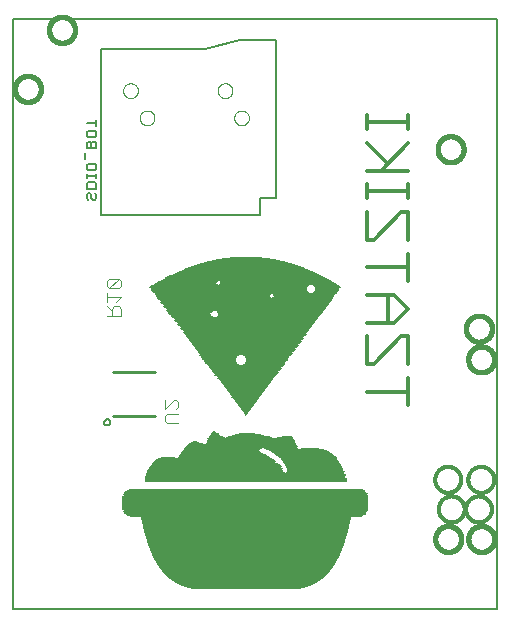
<source format=gbo>
G75*
%MOIN*%
%OFA0B0*%
%FSLAX25Y25*%
%IPPOS*%
%LPD*%
%AMOC8*
5,1,8,0,0,1.08239X$1,22.5*
%
%ADD10C,0.01200*%
%ADD11C,0.01600*%
%ADD12C,0.00500*%
%ADD13R,0.36403X0.00328*%
%ADD14R,0.39355X0.00328*%
%ADD15R,0.41650X0.00328*%
%ADD16R,0.43290X0.00328*%
%ADD17R,0.44929X0.00328*%
%ADD18R,0.46241X0.00328*%
%ADD19R,0.47225X0.00328*%
%ADD20R,0.48209X0.00328*%
%ADD21R,0.49193X0.00328*%
%ADD22R,0.50177X0.00328*%
%ADD23R,0.51160X0.00328*%
%ADD24R,0.51817X0.00328*%
%ADD25R,0.52472X0.00328*%
%ADD26R,0.53457X0.00328*%
%ADD27R,0.53785X0.00328*%
%ADD28R,0.54440X0.00328*%
%ADD29R,0.55096X0.00328*%
%ADD30R,0.55752X0.00328*%
%ADD31R,0.56080X0.00328*%
%ADD32R,0.56736X0.00328*%
%ADD33R,0.57064X0.00328*%
%ADD34R,0.57720X0.00328*%
%ADD35R,0.58048X0.00328*%
%ADD36R,0.58376X0.00328*%
%ADD37R,0.59031X0.00328*%
%ADD38R,0.59359X0.00328*%
%ADD39R,0.59687X0.00328*%
%ADD40R,0.60015X0.00328*%
%ADD41R,0.60343X0.00328*%
%ADD42R,0.61000X0.00328*%
%ADD43R,0.61327X0.00328*%
%ADD44R,0.61655X0.00328*%
%ADD45R,0.61983X0.00328*%
%ADD46R,0.62311X0.00328*%
%ADD47R,0.62639X0.00328*%
%ADD48R,0.62967X0.00328*%
%ADD49R,0.63295X0.00328*%
%ADD50R,0.63622X0.00328*%
%ADD51R,0.63951X0.00328*%
%ADD52R,0.64279X0.00328*%
%ADD53R,0.64607X0.00328*%
%ADD54R,0.64935X0.00328*%
%ADD55R,0.65263X0.00328*%
%ADD56R,0.65591X0.00328*%
%ADD57R,0.65919X0.00328*%
%ADD58R,0.66247X0.00328*%
%ADD59R,0.66574X0.00328*%
%ADD60R,0.66902X0.00328*%
%ADD61R,0.67230X0.00328*%
%ADD62R,0.67558X0.00328*%
%ADD63R,0.67886X0.00328*%
%ADD64R,0.68215X0.00328*%
%ADD65R,0.68542X0.00328*%
%ADD66R,0.68870X0.00328*%
%ADD67R,0.69198X0.00328*%
%ADD68R,0.69526X0.00328*%
%ADD69R,0.69854X0.00328*%
%ADD70R,0.70182X0.00328*%
%ADD71R,0.77069X0.00328*%
%ADD72R,0.78709X0.00328*%
%ADD73R,0.79693X0.00328*%
%ADD74R,0.80677X0.00328*%
%ADD75R,0.81332X0.00328*%
%ADD76R,0.81660X0.00328*%
%ADD77R,0.81988X0.00328*%
%ADD78R,0.81004X0.00328*%
%ADD79R,0.80020X0.00328*%
%ADD80R,0.79037X0.00328*%
%ADD81R,0.77725X0.00328*%
%ADD82R,0.66246X0.00328*%
%ADD83R,0.19349X0.00328*%
%ADD84R,0.19022X0.00328*%
%ADD85R,0.45586X0.00328*%
%ADD86R,0.18694X0.00328*%
%ADD87R,0.18365X0.00328*%
%ADD88R,0.44602X0.00328*%
%ADD89R,0.18693X0.00328*%
%ADD90R,0.44274X0.00328*%
%ADD91R,0.43946X0.00328*%
%ADD92R,0.18693X0.00328*%
%ADD93R,0.43289X0.00328*%
%ADD94R,0.18366X0.00328*%
%ADD95R,0.42634X0.00328*%
%ADD96R,0.41978X0.00328*%
%ADD97R,0.40994X0.00328*%
%ADD98R,0.40338X0.00328*%
%ADD99R,0.39682X0.00328*%
%ADD100R,0.39026X0.00328*%
%ADD101R,0.37715X0.00328*%
%ADD102R,0.19021X0.00328*%
%ADD103R,0.30828X0.00328*%
%ADD104R,0.04591X0.00328*%
%ADD105R,0.19349X0.00328*%
%ADD106R,0.29844X0.00328*%
%ADD107R,0.19350X0.00328*%
%ADD108R,0.29516X0.00328*%
%ADD109R,0.28532X0.00328*%
%ADD110R,0.27548X0.00328*%
%ADD111R,0.26892X0.00328*%
%ADD112R,0.25908X0.00328*%
%ADD113R,0.25580X0.00328*%
%ADD114R,0.25253X0.00328*%
%ADD115R,0.06231X0.00328*%
%ADD116R,0.11150X0.00328*%
%ADD117R,0.37386X0.00328*%
%ADD118R,0.37058X0.00328*%
%ADD119R,0.36731X0.00328*%
%ADD120R,0.36075X0.00328*%
%ADD121R,0.30172X0.00328*%
%ADD122R,0.04919X0.00328*%
%ADD123R,0.29516X0.00328*%
%ADD124R,0.02952X0.00328*%
%ADD125R,0.01312X0.00328*%
%ADD126R,0.28860X0.00328*%
%ADD127R,0.28532X0.00328*%
%ADD128R,0.05247X0.00328*%
%ADD129R,0.15413X0.00328*%
%ADD130R,0.05247X0.00328*%
%ADD131R,0.03607X0.00328*%
%ADD132R,0.14102X0.00328*%
%ADD133R,0.00656X0.00328*%
%ADD134R,0.12462X0.00328*%
%ADD135R,0.04263X0.00328*%
%ADD136R,0.10495X0.00328*%
%ADD137R,0.03607X0.00328*%
%ADD138R,0.08527X0.00328*%
%ADD139R,0.02624X0.00328*%
%ADD140R,0.01640X0.00328*%
%ADD141R,0.00984X0.00328*%
%ADD142R,0.00328X0.00328*%
%ADD143R,0.01639X0.00328*%
%ADD144R,0.02296X0.00328*%
%ADD145R,0.02952X0.00328*%
%ADD146R,0.04920X0.00328*%
%ADD147R,0.05575X0.00328*%
%ADD148R,0.06231X0.00328*%
%ADD149R,0.06887X0.00328*%
%ADD150R,0.07543X0.00328*%
%ADD151R,0.08199X0.00328*%
%ADD152R,0.08855X0.00328*%
%ADD153R,0.09183X0.00328*%
%ADD154R,0.09511X0.00328*%
%ADD155R,0.10167X0.00328*%
%ADD156R,0.10822X0.00328*%
%ADD157R,0.11478X0.00328*%
%ADD158R,0.12134X0.00328*%
%ADD159R,0.12790X0.00328*%
%ADD160R,0.13446X0.00328*%
%ADD161R,0.14758X0.00328*%
%ADD162R,0.16070X0.00328*%
%ADD163R,0.16726X0.00328*%
%ADD164R,0.17381X0.00328*%
%ADD165R,0.18037X0.00328*%
%ADD166R,0.20005X0.00328*%
%ADD167R,0.20333X0.00328*%
%ADD168R,0.20661X0.00328*%
%ADD169R,0.21317X0.00328*%
%ADD170R,0.21972X0.00328*%
%ADD171R,0.22301X0.00328*%
%ADD172R,0.22629X0.00328*%
%ADD173R,0.23285X0.00328*%
%ADD174R,0.23941X0.00328*%
%ADD175R,0.24269X0.00328*%
%ADD176R,0.24596X0.00328*%
%ADD177R,0.13774X0.00328*%
%ADD178R,0.13119X0.00328*%
%ADD179R,0.10494X0.00328*%
%ADD180R,0.13774X0.00328*%
%ADD181R,0.10822X0.00328*%
%ADD182R,0.14102X0.00328*%
%ADD183R,0.11806X0.00328*%
%ADD184R,0.12135X0.00328*%
%ADD185R,0.15742X0.00328*%
%ADD186R,0.13118X0.00328*%
%ADD187R,0.30500X0.00328*%
%ADD188R,0.31155X0.00328*%
%ADD189R,0.31483X0.00328*%
%ADD190R,0.31812X0.00328*%
%ADD191R,0.32467X0.00328*%
%ADD192R,0.33123X0.00328*%
%ADD193R,0.33452X0.00328*%
%ADD194R,0.33780X0.00328*%
%ADD195R,0.34435X0.00328*%
%ADD196R,0.35091X0.00328*%
%ADD197R,0.35419X0.00328*%
%ADD198R,0.35746X0.00328*%
%ADD199R,0.38371X0.00328*%
%ADD200R,0.38699X0.00328*%
%ADD201R,0.39354X0.00328*%
%ADD202R,0.40338X0.00328*%
%ADD203R,0.40666X0.00328*%
%ADD204R,0.41322X0.00328*%
%ADD205R,0.42306X0.00328*%
%ADD206R,0.43290X0.00328*%
%ADD207R,0.43618X0.00328*%
%ADD208R,0.45257X0.00328*%
%ADD209R,0.46569X0.00328*%
%ADD210R,0.47554X0.00328*%
%ADD211R,0.48537X0.00328*%
%ADD212R,0.34107X0.00328*%
%ADD213R,0.13774X0.00328*%
%ADD214R,0.33779X0.00328*%
%ADD215R,0.13446X0.00328*%
%ADD216R,0.34107X0.00328*%
%ADD217R,0.34435X0.00328*%
%ADD218R,0.14430X0.00328*%
%ADD219R,0.35419X0.00328*%
%ADD220R,0.15086X0.00328*%
%ADD221R,0.52472X0.00328*%
%ADD222R,0.52800X0.00328*%
%ADD223R,0.53784X0.00328*%
%ADD224R,0.54441X0.00328*%
%ADD225R,0.54769X0.00328*%
%ADD226R,0.55424X0.00328*%
%ADD227R,0.55752X0.00328*%
%ADD228R,0.56408X0.00328*%
%ADD229R,0.57392X0.00328*%
%ADD230R,0.58376X0.00328*%
%ADD231R,0.20333X0.00328*%
%ADD232R,0.37715X0.00328*%
%ADD233R,0.20005X0.00328*%
%ADD234R,0.37714X0.00328*%
%ADD235R,0.20333X0.00328*%
%ADD236R,0.38042X0.00328*%
%ADD237R,0.20989X0.00328*%
%ADD238R,0.60671X0.00328*%
%ADD239R,0.07871X0.00328*%
%ADD240R,0.51816X0.00328*%
%ADD241R,0.07871X0.00328*%
%ADD242R,0.51817X0.00328*%
%ADD243R,0.08199X0.00328*%
%ADD244R,0.52144X0.00328*%
%ADD245R,0.52473X0.00328*%
%ADD246R,0.39026X0.00328*%
%ADD247R,0.21317X0.00328*%
%ADD248R,0.38370X0.00328*%
%ADD249R,0.37387X0.00328*%
%ADD250R,0.19677X0.00328*%
%ADD251R,0.54112X0.00328*%
%ADD252R,0.53129X0.00328*%
%ADD253R,0.50505X0.00328*%
%ADD254R,0.48865X0.00328*%
%ADD255R,0.42962X0.00328*%
%ADD256R,0.40010X0.00328*%
%ADD257R,0.27876X0.00328*%
%ADD258C,0.00700*%
%ADD259C,0.00000*%
%ADD260C,0.00400*%
%ADD261C,0.00600*%
%ADD262C,0.01000*%
D10*
X0138689Y0074191D02*
X0152501Y0074191D01*
X0152501Y0069587D02*
X0152501Y0078795D01*
X0152501Y0083399D02*
X0152501Y0092607D01*
X0150199Y0092607D01*
X0140991Y0083399D01*
X0138689Y0083399D01*
X0138689Y0092607D01*
X0138689Y0097211D02*
X0147897Y0097211D01*
X0152501Y0101815D01*
X0147897Y0106418D01*
X0138689Y0106418D01*
X0145595Y0106418D02*
X0145595Y0097211D01*
X0152501Y0111022D02*
X0152501Y0120230D01*
X0152501Y0115626D02*
X0138689Y0115626D01*
X0138689Y0124834D02*
X0138689Y0134042D01*
X0138689Y0138646D02*
X0138689Y0143250D01*
X0138689Y0140948D02*
X0152501Y0140948D01*
X0152501Y0138646D02*
X0152501Y0143250D01*
X0152501Y0147854D02*
X0138689Y0147854D01*
X0143293Y0147854D02*
X0152501Y0157062D01*
X0152501Y0161666D02*
X0152501Y0166270D01*
X0152501Y0163968D02*
X0138689Y0163968D01*
X0138689Y0161666D02*
X0138689Y0166270D01*
X0138689Y0157062D02*
X0145595Y0150156D01*
X0150199Y0134042D02*
X0140991Y0124834D01*
X0138689Y0124834D01*
X0150199Y0134042D02*
X0152501Y0134042D01*
X0152501Y0124834D01*
X0161514Y0044774D02*
X0161516Y0044905D01*
X0161522Y0045037D01*
X0161532Y0045168D01*
X0161546Y0045299D01*
X0161564Y0045429D01*
X0161586Y0045558D01*
X0161611Y0045687D01*
X0161641Y0045815D01*
X0161675Y0045942D01*
X0161712Y0046069D01*
X0161753Y0046193D01*
X0161798Y0046317D01*
X0161847Y0046439D01*
X0161899Y0046560D01*
X0161955Y0046678D01*
X0162015Y0046796D01*
X0162078Y0046911D01*
X0162145Y0047024D01*
X0162215Y0047136D01*
X0162288Y0047245D01*
X0162364Y0047351D01*
X0162444Y0047456D01*
X0162527Y0047558D01*
X0162613Y0047657D01*
X0162702Y0047754D01*
X0162794Y0047848D01*
X0162889Y0047939D01*
X0162986Y0048028D01*
X0163086Y0048113D01*
X0163189Y0048195D01*
X0163294Y0048274D01*
X0163401Y0048350D01*
X0163511Y0048422D01*
X0163623Y0048491D01*
X0163737Y0048557D01*
X0163852Y0048619D01*
X0163970Y0048678D01*
X0164089Y0048733D01*
X0164210Y0048785D01*
X0164333Y0048832D01*
X0164457Y0048876D01*
X0164582Y0048917D01*
X0164708Y0048953D01*
X0164836Y0048986D01*
X0164964Y0049014D01*
X0165093Y0049039D01*
X0165223Y0049060D01*
X0165353Y0049077D01*
X0165484Y0049090D01*
X0165615Y0049099D01*
X0165746Y0049104D01*
X0165878Y0049105D01*
X0166009Y0049102D01*
X0166141Y0049095D01*
X0166272Y0049084D01*
X0166402Y0049069D01*
X0166532Y0049050D01*
X0166662Y0049027D01*
X0166790Y0049001D01*
X0166918Y0048970D01*
X0167045Y0048935D01*
X0167171Y0048897D01*
X0167295Y0048855D01*
X0167419Y0048809D01*
X0167540Y0048759D01*
X0167660Y0048706D01*
X0167779Y0048649D01*
X0167896Y0048589D01*
X0168010Y0048525D01*
X0168123Y0048457D01*
X0168234Y0048386D01*
X0168343Y0048312D01*
X0168449Y0048235D01*
X0168553Y0048154D01*
X0168654Y0048071D01*
X0168753Y0047984D01*
X0168849Y0047894D01*
X0168942Y0047801D01*
X0169033Y0047706D01*
X0169120Y0047608D01*
X0169205Y0047507D01*
X0169286Y0047404D01*
X0169364Y0047298D01*
X0169439Y0047190D01*
X0169511Y0047080D01*
X0169579Y0046968D01*
X0169644Y0046854D01*
X0169705Y0046737D01*
X0169763Y0046619D01*
X0169817Y0046499D01*
X0169868Y0046378D01*
X0169915Y0046255D01*
X0169958Y0046131D01*
X0169997Y0046006D01*
X0170033Y0045879D01*
X0170064Y0045751D01*
X0170092Y0045623D01*
X0170116Y0045494D01*
X0170136Y0045364D01*
X0170152Y0045233D01*
X0170164Y0045102D01*
X0170172Y0044971D01*
X0170176Y0044840D01*
X0170176Y0044708D01*
X0170172Y0044577D01*
X0170164Y0044446D01*
X0170152Y0044315D01*
X0170136Y0044184D01*
X0170116Y0044054D01*
X0170092Y0043925D01*
X0170064Y0043797D01*
X0170033Y0043669D01*
X0169997Y0043542D01*
X0169958Y0043417D01*
X0169915Y0043293D01*
X0169868Y0043170D01*
X0169817Y0043049D01*
X0169763Y0042929D01*
X0169705Y0042811D01*
X0169644Y0042694D01*
X0169579Y0042580D01*
X0169511Y0042468D01*
X0169439Y0042358D01*
X0169364Y0042250D01*
X0169286Y0042144D01*
X0169205Y0042041D01*
X0169120Y0041940D01*
X0169033Y0041842D01*
X0168942Y0041747D01*
X0168849Y0041654D01*
X0168753Y0041564D01*
X0168654Y0041477D01*
X0168553Y0041394D01*
X0168449Y0041313D01*
X0168343Y0041236D01*
X0168234Y0041162D01*
X0168123Y0041091D01*
X0168011Y0041023D01*
X0167896Y0040959D01*
X0167779Y0040899D01*
X0167660Y0040842D01*
X0167540Y0040789D01*
X0167419Y0040739D01*
X0167295Y0040693D01*
X0167171Y0040651D01*
X0167045Y0040613D01*
X0166918Y0040578D01*
X0166790Y0040547D01*
X0166662Y0040521D01*
X0166532Y0040498D01*
X0166402Y0040479D01*
X0166272Y0040464D01*
X0166141Y0040453D01*
X0166009Y0040446D01*
X0165878Y0040443D01*
X0165746Y0040444D01*
X0165615Y0040449D01*
X0165484Y0040458D01*
X0165353Y0040471D01*
X0165223Y0040488D01*
X0165093Y0040509D01*
X0164964Y0040534D01*
X0164836Y0040562D01*
X0164708Y0040595D01*
X0164582Y0040631D01*
X0164457Y0040672D01*
X0164333Y0040716D01*
X0164210Y0040763D01*
X0164089Y0040815D01*
X0163970Y0040870D01*
X0163852Y0040929D01*
X0163737Y0040991D01*
X0163623Y0041057D01*
X0163511Y0041126D01*
X0163401Y0041198D01*
X0163294Y0041274D01*
X0163189Y0041353D01*
X0163086Y0041435D01*
X0162986Y0041520D01*
X0162889Y0041609D01*
X0162794Y0041700D01*
X0162702Y0041794D01*
X0162613Y0041891D01*
X0162527Y0041990D01*
X0162444Y0042092D01*
X0162364Y0042197D01*
X0162288Y0042303D01*
X0162215Y0042412D01*
X0162145Y0042524D01*
X0162078Y0042637D01*
X0162015Y0042752D01*
X0161955Y0042870D01*
X0161899Y0042988D01*
X0161847Y0043109D01*
X0161798Y0043231D01*
X0161753Y0043355D01*
X0161712Y0043479D01*
X0161675Y0043606D01*
X0161641Y0043733D01*
X0161611Y0043861D01*
X0161586Y0043990D01*
X0161564Y0044119D01*
X0161546Y0044249D01*
X0161532Y0044380D01*
X0161522Y0044511D01*
X0161516Y0044643D01*
X0161514Y0044774D01*
X0162695Y0034932D02*
X0162697Y0035063D01*
X0162703Y0035195D01*
X0162713Y0035326D01*
X0162727Y0035457D01*
X0162745Y0035587D01*
X0162767Y0035716D01*
X0162792Y0035845D01*
X0162822Y0035973D01*
X0162856Y0036100D01*
X0162893Y0036227D01*
X0162934Y0036351D01*
X0162979Y0036475D01*
X0163028Y0036597D01*
X0163080Y0036718D01*
X0163136Y0036836D01*
X0163196Y0036954D01*
X0163259Y0037069D01*
X0163326Y0037182D01*
X0163396Y0037294D01*
X0163469Y0037403D01*
X0163545Y0037509D01*
X0163625Y0037614D01*
X0163708Y0037716D01*
X0163794Y0037815D01*
X0163883Y0037912D01*
X0163975Y0038006D01*
X0164070Y0038097D01*
X0164167Y0038186D01*
X0164267Y0038271D01*
X0164370Y0038353D01*
X0164475Y0038432D01*
X0164582Y0038508D01*
X0164692Y0038580D01*
X0164804Y0038649D01*
X0164918Y0038715D01*
X0165033Y0038777D01*
X0165151Y0038836D01*
X0165270Y0038891D01*
X0165391Y0038943D01*
X0165514Y0038990D01*
X0165638Y0039034D01*
X0165763Y0039075D01*
X0165889Y0039111D01*
X0166017Y0039144D01*
X0166145Y0039172D01*
X0166274Y0039197D01*
X0166404Y0039218D01*
X0166534Y0039235D01*
X0166665Y0039248D01*
X0166796Y0039257D01*
X0166927Y0039262D01*
X0167059Y0039263D01*
X0167190Y0039260D01*
X0167322Y0039253D01*
X0167453Y0039242D01*
X0167583Y0039227D01*
X0167713Y0039208D01*
X0167843Y0039185D01*
X0167971Y0039159D01*
X0168099Y0039128D01*
X0168226Y0039093D01*
X0168352Y0039055D01*
X0168476Y0039013D01*
X0168600Y0038967D01*
X0168721Y0038917D01*
X0168841Y0038864D01*
X0168960Y0038807D01*
X0169077Y0038747D01*
X0169191Y0038683D01*
X0169304Y0038615D01*
X0169415Y0038544D01*
X0169524Y0038470D01*
X0169630Y0038393D01*
X0169734Y0038312D01*
X0169835Y0038229D01*
X0169934Y0038142D01*
X0170030Y0038052D01*
X0170123Y0037959D01*
X0170214Y0037864D01*
X0170301Y0037766D01*
X0170386Y0037665D01*
X0170467Y0037562D01*
X0170545Y0037456D01*
X0170620Y0037348D01*
X0170692Y0037238D01*
X0170760Y0037126D01*
X0170825Y0037012D01*
X0170886Y0036895D01*
X0170944Y0036777D01*
X0170998Y0036657D01*
X0171049Y0036536D01*
X0171096Y0036413D01*
X0171139Y0036289D01*
X0171178Y0036164D01*
X0171214Y0036037D01*
X0171245Y0035909D01*
X0171273Y0035781D01*
X0171297Y0035652D01*
X0171317Y0035522D01*
X0171333Y0035391D01*
X0171345Y0035260D01*
X0171353Y0035129D01*
X0171357Y0034998D01*
X0171357Y0034866D01*
X0171353Y0034735D01*
X0171345Y0034604D01*
X0171333Y0034473D01*
X0171317Y0034342D01*
X0171297Y0034212D01*
X0171273Y0034083D01*
X0171245Y0033955D01*
X0171214Y0033827D01*
X0171178Y0033700D01*
X0171139Y0033575D01*
X0171096Y0033451D01*
X0171049Y0033328D01*
X0170998Y0033207D01*
X0170944Y0033087D01*
X0170886Y0032969D01*
X0170825Y0032852D01*
X0170760Y0032738D01*
X0170692Y0032626D01*
X0170620Y0032516D01*
X0170545Y0032408D01*
X0170467Y0032302D01*
X0170386Y0032199D01*
X0170301Y0032098D01*
X0170214Y0032000D01*
X0170123Y0031905D01*
X0170030Y0031812D01*
X0169934Y0031722D01*
X0169835Y0031635D01*
X0169734Y0031552D01*
X0169630Y0031471D01*
X0169524Y0031394D01*
X0169415Y0031320D01*
X0169304Y0031249D01*
X0169192Y0031181D01*
X0169077Y0031117D01*
X0168960Y0031057D01*
X0168841Y0031000D01*
X0168721Y0030947D01*
X0168600Y0030897D01*
X0168476Y0030851D01*
X0168352Y0030809D01*
X0168226Y0030771D01*
X0168099Y0030736D01*
X0167971Y0030705D01*
X0167843Y0030679D01*
X0167713Y0030656D01*
X0167583Y0030637D01*
X0167453Y0030622D01*
X0167322Y0030611D01*
X0167190Y0030604D01*
X0167059Y0030601D01*
X0166927Y0030602D01*
X0166796Y0030607D01*
X0166665Y0030616D01*
X0166534Y0030629D01*
X0166404Y0030646D01*
X0166274Y0030667D01*
X0166145Y0030692D01*
X0166017Y0030720D01*
X0165889Y0030753D01*
X0165763Y0030789D01*
X0165638Y0030830D01*
X0165514Y0030874D01*
X0165391Y0030921D01*
X0165270Y0030973D01*
X0165151Y0031028D01*
X0165033Y0031087D01*
X0164918Y0031149D01*
X0164804Y0031215D01*
X0164692Y0031284D01*
X0164582Y0031356D01*
X0164475Y0031432D01*
X0164370Y0031511D01*
X0164267Y0031593D01*
X0164167Y0031678D01*
X0164070Y0031767D01*
X0163975Y0031858D01*
X0163883Y0031952D01*
X0163794Y0032049D01*
X0163708Y0032148D01*
X0163625Y0032250D01*
X0163545Y0032355D01*
X0163469Y0032461D01*
X0163396Y0032570D01*
X0163326Y0032682D01*
X0163259Y0032795D01*
X0163196Y0032910D01*
X0163136Y0033028D01*
X0163080Y0033146D01*
X0163028Y0033267D01*
X0162979Y0033389D01*
X0162934Y0033513D01*
X0162893Y0033637D01*
X0162856Y0033764D01*
X0162822Y0033891D01*
X0162792Y0034019D01*
X0162767Y0034148D01*
X0162745Y0034277D01*
X0162727Y0034407D01*
X0162713Y0034538D01*
X0162703Y0034669D01*
X0162697Y0034801D01*
X0162695Y0034932D01*
X0171750Y0034932D02*
X0171752Y0035063D01*
X0171758Y0035195D01*
X0171768Y0035326D01*
X0171782Y0035457D01*
X0171800Y0035587D01*
X0171822Y0035716D01*
X0171847Y0035845D01*
X0171877Y0035973D01*
X0171911Y0036100D01*
X0171948Y0036227D01*
X0171989Y0036351D01*
X0172034Y0036475D01*
X0172083Y0036597D01*
X0172135Y0036718D01*
X0172191Y0036836D01*
X0172251Y0036954D01*
X0172314Y0037069D01*
X0172381Y0037182D01*
X0172451Y0037294D01*
X0172524Y0037403D01*
X0172600Y0037509D01*
X0172680Y0037614D01*
X0172763Y0037716D01*
X0172849Y0037815D01*
X0172938Y0037912D01*
X0173030Y0038006D01*
X0173125Y0038097D01*
X0173222Y0038186D01*
X0173322Y0038271D01*
X0173425Y0038353D01*
X0173530Y0038432D01*
X0173637Y0038508D01*
X0173747Y0038580D01*
X0173859Y0038649D01*
X0173973Y0038715D01*
X0174088Y0038777D01*
X0174206Y0038836D01*
X0174325Y0038891D01*
X0174446Y0038943D01*
X0174569Y0038990D01*
X0174693Y0039034D01*
X0174818Y0039075D01*
X0174944Y0039111D01*
X0175072Y0039144D01*
X0175200Y0039172D01*
X0175329Y0039197D01*
X0175459Y0039218D01*
X0175589Y0039235D01*
X0175720Y0039248D01*
X0175851Y0039257D01*
X0175982Y0039262D01*
X0176114Y0039263D01*
X0176245Y0039260D01*
X0176377Y0039253D01*
X0176508Y0039242D01*
X0176638Y0039227D01*
X0176768Y0039208D01*
X0176898Y0039185D01*
X0177026Y0039159D01*
X0177154Y0039128D01*
X0177281Y0039093D01*
X0177407Y0039055D01*
X0177531Y0039013D01*
X0177655Y0038967D01*
X0177776Y0038917D01*
X0177896Y0038864D01*
X0178015Y0038807D01*
X0178132Y0038747D01*
X0178246Y0038683D01*
X0178359Y0038615D01*
X0178470Y0038544D01*
X0178579Y0038470D01*
X0178685Y0038393D01*
X0178789Y0038312D01*
X0178890Y0038229D01*
X0178989Y0038142D01*
X0179085Y0038052D01*
X0179178Y0037959D01*
X0179269Y0037864D01*
X0179356Y0037766D01*
X0179441Y0037665D01*
X0179522Y0037562D01*
X0179600Y0037456D01*
X0179675Y0037348D01*
X0179747Y0037238D01*
X0179815Y0037126D01*
X0179880Y0037012D01*
X0179941Y0036895D01*
X0179999Y0036777D01*
X0180053Y0036657D01*
X0180104Y0036536D01*
X0180151Y0036413D01*
X0180194Y0036289D01*
X0180233Y0036164D01*
X0180269Y0036037D01*
X0180300Y0035909D01*
X0180328Y0035781D01*
X0180352Y0035652D01*
X0180372Y0035522D01*
X0180388Y0035391D01*
X0180400Y0035260D01*
X0180408Y0035129D01*
X0180412Y0034998D01*
X0180412Y0034866D01*
X0180408Y0034735D01*
X0180400Y0034604D01*
X0180388Y0034473D01*
X0180372Y0034342D01*
X0180352Y0034212D01*
X0180328Y0034083D01*
X0180300Y0033955D01*
X0180269Y0033827D01*
X0180233Y0033700D01*
X0180194Y0033575D01*
X0180151Y0033451D01*
X0180104Y0033328D01*
X0180053Y0033207D01*
X0179999Y0033087D01*
X0179941Y0032969D01*
X0179880Y0032852D01*
X0179815Y0032738D01*
X0179747Y0032626D01*
X0179675Y0032516D01*
X0179600Y0032408D01*
X0179522Y0032302D01*
X0179441Y0032199D01*
X0179356Y0032098D01*
X0179269Y0032000D01*
X0179178Y0031905D01*
X0179085Y0031812D01*
X0178989Y0031722D01*
X0178890Y0031635D01*
X0178789Y0031552D01*
X0178685Y0031471D01*
X0178579Y0031394D01*
X0178470Y0031320D01*
X0178359Y0031249D01*
X0178247Y0031181D01*
X0178132Y0031117D01*
X0178015Y0031057D01*
X0177896Y0031000D01*
X0177776Y0030947D01*
X0177655Y0030897D01*
X0177531Y0030851D01*
X0177407Y0030809D01*
X0177281Y0030771D01*
X0177154Y0030736D01*
X0177026Y0030705D01*
X0176898Y0030679D01*
X0176768Y0030656D01*
X0176638Y0030637D01*
X0176508Y0030622D01*
X0176377Y0030611D01*
X0176245Y0030604D01*
X0176114Y0030601D01*
X0175982Y0030602D01*
X0175851Y0030607D01*
X0175720Y0030616D01*
X0175589Y0030629D01*
X0175459Y0030646D01*
X0175329Y0030667D01*
X0175200Y0030692D01*
X0175072Y0030720D01*
X0174944Y0030753D01*
X0174818Y0030789D01*
X0174693Y0030830D01*
X0174569Y0030874D01*
X0174446Y0030921D01*
X0174325Y0030973D01*
X0174206Y0031028D01*
X0174088Y0031087D01*
X0173973Y0031149D01*
X0173859Y0031215D01*
X0173747Y0031284D01*
X0173637Y0031356D01*
X0173530Y0031432D01*
X0173425Y0031511D01*
X0173322Y0031593D01*
X0173222Y0031678D01*
X0173125Y0031767D01*
X0173030Y0031858D01*
X0172938Y0031952D01*
X0172849Y0032049D01*
X0172763Y0032148D01*
X0172680Y0032250D01*
X0172600Y0032355D01*
X0172524Y0032461D01*
X0172451Y0032570D01*
X0172381Y0032682D01*
X0172314Y0032795D01*
X0172251Y0032910D01*
X0172191Y0033028D01*
X0172135Y0033146D01*
X0172083Y0033267D01*
X0172034Y0033389D01*
X0171989Y0033513D01*
X0171948Y0033637D01*
X0171911Y0033764D01*
X0171877Y0033891D01*
X0171847Y0034019D01*
X0171822Y0034148D01*
X0171800Y0034277D01*
X0171782Y0034407D01*
X0171768Y0034538D01*
X0171758Y0034669D01*
X0171752Y0034801D01*
X0171750Y0034932D01*
X0172538Y0044774D02*
X0172540Y0044905D01*
X0172546Y0045037D01*
X0172556Y0045168D01*
X0172570Y0045299D01*
X0172588Y0045429D01*
X0172610Y0045558D01*
X0172635Y0045687D01*
X0172665Y0045815D01*
X0172699Y0045942D01*
X0172736Y0046069D01*
X0172777Y0046193D01*
X0172822Y0046317D01*
X0172871Y0046439D01*
X0172923Y0046560D01*
X0172979Y0046678D01*
X0173039Y0046796D01*
X0173102Y0046911D01*
X0173169Y0047024D01*
X0173239Y0047136D01*
X0173312Y0047245D01*
X0173388Y0047351D01*
X0173468Y0047456D01*
X0173551Y0047558D01*
X0173637Y0047657D01*
X0173726Y0047754D01*
X0173818Y0047848D01*
X0173913Y0047939D01*
X0174010Y0048028D01*
X0174110Y0048113D01*
X0174213Y0048195D01*
X0174318Y0048274D01*
X0174425Y0048350D01*
X0174535Y0048422D01*
X0174647Y0048491D01*
X0174761Y0048557D01*
X0174876Y0048619D01*
X0174994Y0048678D01*
X0175113Y0048733D01*
X0175234Y0048785D01*
X0175357Y0048832D01*
X0175481Y0048876D01*
X0175606Y0048917D01*
X0175732Y0048953D01*
X0175860Y0048986D01*
X0175988Y0049014D01*
X0176117Y0049039D01*
X0176247Y0049060D01*
X0176377Y0049077D01*
X0176508Y0049090D01*
X0176639Y0049099D01*
X0176770Y0049104D01*
X0176902Y0049105D01*
X0177033Y0049102D01*
X0177165Y0049095D01*
X0177296Y0049084D01*
X0177426Y0049069D01*
X0177556Y0049050D01*
X0177686Y0049027D01*
X0177814Y0049001D01*
X0177942Y0048970D01*
X0178069Y0048935D01*
X0178195Y0048897D01*
X0178319Y0048855D01*
X0178443Y0048809D01*
X0178564Y0048759D01*
X0178684Y0048706D01*
X0178803Y0048649D01*
X0178920Y0048589D01*
X0179034Y0048525D01*
X0179147Y0048457D01*
X0179258Y0048386D01*
X0179367Y0048312D01*
X0179473Y0048235D01*
X0179577Y0048154D01*
X0179678Y0048071D01*
X0179777Y0047984D01*
X0179873Y0047894D01*
X0179966Y0047801D01*
X0180057Y0047706D01*
X0180144Y0047608D01*
X0180229Y0047507D01*
X0180310Y0047404D01*
X0180388Y0047298D01*
X0180463Y0047190D01*
X0180535Y0047080D01*
X0180603Y0046968D01*
X0180668Y0046854D01*
X0180729Y0046737D01*
X0180787Y0046619D01*
X0180841Y0046499D01*
X0180892Y0046378D01*
X0180939Y0046255D01*
X0180982Y0046131D01*
X0181021Y0046006D01*
X0181057Y0045879D01*
X0181088Y0045751D01*
X0181116Y0045623D01*
X0181140Y0045494D01*
X0181160Y0045364D01*
X0181176Y0045233D01*
X0181188Y0045102D01*
X0181196Y0044971D01*
X0181200Y0044840D01*
X0181200Y0044708D01*
X0181196Y0044577D01*
X0181188Y0044446D01*
X0181176Y0044315D01*
X0181160Y0044184D01*
X0181140Y0044054D01*
X0181116Y0043925D01*
X0181088Y0043797D01*
X0181057Y0043669D01*
X0181021Y0043542D01*
X0180982Y0043417D01*
X0180939Y0043293D01*
X0180892Y0043170D01*
X0180841Y0043049D01*
X0180787Y0042929D01*
X0180729Y0042811D01*
X0180668Y0042694D01*
X0180603Y0042580D01*
X0180535Y0042468D01*
X0180463Y0042358D01*
X0180388Y0042250D01*
X0180310Y0042144D01*
X0180229Y0042041D01*
X0180144Y0041940D01*
X0180057Y0041842D01*
X0179966Y0041747D01*
X0179873Y0041654D01*
X0179777Y0041564D01*
X0179678Y0041477D01*
X0179577Y0041394D01*
X0179473Y0041313D01*
X0179367Y0041236D01*
X0179258Y0041162D01*
X0179147Y0041091D01*
X0179035Y0041023D01*
X0178920Y0040959D01*
X0178803Y0040899D01*
X0178684Y0040842D01*
X0178564Y0040789D01*
X0178443Y0040739D01*
X0178319Y0040693D01*
X0178195Y0040651D01*
X0178069Y0040613D01*
X0177942Y0040578D01*
X0177814Y0040547D01*
X0177686Y0040521D01*
X0177556Y0040498D01*
X0177426Y0040479D01*
X0177296Y0040464D01*
X0177165Y0040453D01*
X0177033Y0040446D01*
X0176902Y0040443D01*
X0176770Y0040444D01*
X0176639Y0040449D01*
X0176508Y0040458D01*
X0176377Y0040471D01*
X0176247Y0040488D01*
X0176117Y0040509D01*
X0175988Y0040534D01*
X0175860Y0040562D01*
X0175732Y0040595D01*
X0175606Y0040631D01*
X0175481Y0040672D01*
X0175357Y0040716D01*
X0175234Y0040763D01*
X0175113Y0040815D01*
X0174994Y0040870D01*
X0174876Y0040929D01*
X0174761Y0040991D01*
X0174647Y0041057D01*
X0174535Y0041126D01*
X0174425Y0041198D01*
X0174318Y0041274D01*
X0174213Y0041353D01*
X0174110Y0041435D01*
X0174010Y0041520D01*
X0173913Y0041609D01*
X0173818Y0041700D01*
X0173726Y0041794D01*
X0173637Y0041891D01*
X0173551Y0041990D01*
X0173468Y0042092D01*
X0173388Y0042197D01*
X0173312Y0042303D01*
X0173239Y0042412D01*
X0173169Y0042524D01*
X0173102Y0042637D01*
X0173039Y0042752D01*
X0172979Y0042870D01*
X0172923Y0042988D01*
X0172871Y0043109D01*
X0172822Y0043231D01*
X0172777Y0043355D01*
X0172736Y0043479D01*
X0172699Y0043606D01*
X0172665Y0043733D01*
X0172635Y0043861D01*
X0172610Y0043990D01*
X0172588Y0044119D01*
X0172570Y0044249D01*
X0172556Y0044380D01*
X0172546Y0044511D01*
X0172540Y0044643D01*
X0172538Y0044774D01*
D11*
X0172538Y0025089D02*
X0172540Y0025220D01*
X0172546Y0025352D01*
X0172556Y0025483D01*
X0172570Y0025614D01*
X0172588Y0025744D01*
X0172610Y0025873D01*
X0172635Y0026002D01*
X0172665Y0026130D01*
X0172699Y0026257D01*
X0172736Y0026384D01*
X0172777Y0026508D01*
X0172822Y0026632D01*
X0172871Y0026754D01*
X0172923Y0026875D01*
X0172979Y0026993D01*
X0173039Y0027111D01*
X0173102Y0027226D01*
X0173169Y0027339D01*
X0173239Y0027451D01*
X0173312Y0027560D01*
X0173388Y0027666D01*
X0173468Y0027771D01*
X0173551Y0027873D01*
X0173637Y0027972D01*
X0173726Y0028069D01*
X0173818Y0028163D01*
X0173913Y0028254D01*
X0174010Y0028343D01*
X0174110Y0028428D01*
X0174213Y0028510D01*
X0174318Y0028589D01*
X0174425Y0028665D01*
X0174535Y0028737D01*
X0174647Y0028806D01*
X0174761Y0028872D01*
X0174876Y0028934D01*
X0174994Y0028993D01*
X0175113Y0029048D01*
X0175234Y0029100D01*
X0175357Y0029147D01*
X0175481Y0029191D01*
X0175606Y0029232D01*
X0175732Y0029268D01*
X0175860Y0029301D01*
X0175988Y0029329D01*
X0176117Y0029354D01*
X0176247Y0029375D01*
X0176377Y0029392D01*
X0176508Y0029405D01*
X0176639Y0029414D01*
X0176770Y0029419D01*
X0176902Y0029420D01*
X0177033Y0029417D01*
X0177165Y0029410D01*
X0177296Y0029399D01*
X0177426Y0029384D01*
X0177556Y0029365D01*
X0177686Y0029342D01*
X0177814Y0029316D01*
X0177942Y0029285D01*
X0178069Y0029250D01*
X0178195Y0029212D01*
X0178319Y0029170D01*
X0178443Y0029124D01*
X0178564Y0029074D01*
X0178684Y0029021D01*
X0178803Y0028964D01*
X0178920Y0028904D01*
X0179034Y0028840D01*
X0179147Y0028772D01*
X0179258Y0028701D01*
X0179367Y0028627D01*
X0179473Y0028550D01*
X0179577Y0028469D01*
X0179678Y0028386D01*
X0179777Y0028299D01*
X0179873Y0028209D01*
X0179966Y0028116D01*
X0180057Y0028021D01*
X0180144Y0027923D01*
X0180229Y0027822D01*
X0180310Y0027719D01*
X0180388Y0027613D01*
X0180463Y0027505D01*
X0180535Y0027395D01*
X0180603Y0027283D01*
X0180668Y0027169D01*
X0180729Y0027052D01*
X0180787Y0026934D01*
X0180841Y0026814D01*
X0180892Y0026693D01*
X0180939Y0026570D01*
X0180982Y0026446D01*
X0181021Y0026321D01*
X0181057Y0026194D01*
X0181088Y0026066D01*
X0181116Y0025938D01*
X0181140Y0025809D01*
X0181160Y0025679D01*
X0181176Y0025548D01*
X0181188Y0025417D01*
X0181196Y0025286D01*
X0181200Y0025155D01*
X0181200Y0025023D01*
X0181196Y0024892D01*
X0181188Y0024761D01*
X0181176Y0024630D01*
X0181160Y0024499D01*
X0181140Y0024369D01*
X0181116Y0024240D01*
X0181088Y0024112D01*
X0181057Y0023984D01*
X0181021Y0023857D01*
X0180982Y0023732D01*
X0180939Y0023608D01*
X0180892Y0023485D01*
X0180841Y0023364D01*
X0180787Y0023244D01*
X0180729Y0023126D01*
X0180668Y0023009D01*
X0180603Y0022895D01*
X0180535Y0022783D01*
X0180463Y0022673D01*
X0180388Y0022565D01*
X0180310Y0022459D01*
X0180229Y0022356D01*
X0180144Y0022255D01*
X0180057Y0022157D01*
X0179966Y0022062D01*
X0179873Y0021969D01*
X0179777Y0021879D01*
X0179678Y0021792D01*
X0179577Y0021709D01*
X0179473Y0021628D01*
X0179367Y0021551D01*
X0179258Y0021477D01*
X0179147Y0021406D01*
X0179035Y0021338D01*
X0178920Y0021274D01*
X0178803Y0021214D01*
X0178684Y0021157D01*
X0178564Y0021104D01*
X0178443Y0021054D01*
X0178319Y0021008D01*
X0178195Y0020966D01*
X0178069Y0020928D01*
X0177942Y0020893D01*
X0177814Y0020862D01*
X0177686Y0020836D01*
X0177556Y0020813D01*
X0177426Y0020794D01*
X0177296Y0020779D01*
X0177165Y0020768D01*
X0177033Y0020761D01*
X0176902Y0020758D01*
X0176770Y0020759D01*
X0176639Y0020764D01*
X0176508Y0020773D01*
X0176377Y0020786D01*
X0176247Y0020803D01*
X0176117Y0020824D01*
X0175988Y0020849D01*
X0175860Y0020877D01*
X0175732Y0020910D01*
X0175606Y0020946D01*
X0175481Y0020987D01*
X0175357Y0021031D01*
X0175234Y0021078D01*
X0175113Y0021130D01*
X0174994Y0021185D01*
X0174876Y0021244D01*
X0174761Y0021306D01*
X0174647Y0021372D01*
X0174535Y0021441D01*
X0174425Y0021513D01*
X0174318Y0021589D01*
X0174213Y0021668D01*
X0174110Y0021750D01*
X0174010Y0021835D01*
X0173913Y0021924D01*
X0173818Y0022015D01*
X0173726Y0022109D01*
X0173637Y0022206D01*
X0173551Y0022305D01*
X0173468Y0022407D01*
X0173388Y0022512D01*
X0173312Y0022618D01*
X0173239Y0022727D01*
X0173169Y0022839D01*
X0173102Y0022952D01*
X0173039Y0023067D01*
X0172979Y0023185D01*
X0172923Y0023303D01*
X0172871Y0023424D01*
X0172822Y0023546D01*
X0172777Y0023670D01*
X0172736Y0023794D01*
X0172699Y0023921D01*
X0172665Y0024048D01*
X0172635Y0024176D01*
X0172610Y0024305D01*
X0172588Y0024434D01*
X0172570Y0024564D01*
X0172556Y0024695D01*
X0172546Y0024826D01*
X0172540Y0024958D01*
X0172538Y0025089D01*
X0161514Y0025089D02*
X0161516Y0025220D01*
X0161522Y0025352D01*
X0161532Y0025483D01*
X0161546Y0025614D01*
X0161564Y0025744D01*
X0161586Y0025873D01*
X0161611Y0026002D01*
X0161641Y0026130D01*
X0161675Y0026257D01*
X0161712Y0026384D01*
X0161753Y0026508D01*
X0161798Y0026632D01*
X0161847Y0026754D01*
X0161899Y0026875D01*
X0161955Y0026993D01*
X0162015Y0027111D01*
X0162078Y0027226D01*
X0162145Y0027339D01*
X0162215Y0027451D01*
X0162288Y0027560D01*
X0162364Y0027666D01*
X0162444Y0027771D01*
X0162527Y0027873D01*
X0162613Y0027972D01*
X0162702Y0028069D01*
X0162794Y0028163D01*
X0162889Y0028254D01*
X0162986Y0028343D01*
X0163086Y0028428D01*
X0163189Y0028510D01*
X0163294Y0028589D01*
X0163401Y0028665D01*
X0163511Y0028737D01*
X0163623Y0028806D01*
X0163737Y0028872D01*
X0163852Y0028934D01*
X0163970Y0028993D01*
X0164089Y0029048D01*
X0164210Y0029100D01*
X0164333Y0029147D01*
X0164457Y0029191D01*
X0164582Y0029232D01*
X0164708Y0029268D01*
X0164836Y0029301D01*
X0164964Y0029329D01*
X0165093Y0029354D01*
X0165223Y0029375D01*
X0165353Y0029392D01*
X0165484Y0029405D01*
X0165615Y0029414D01*
X0165746Y0029419D01*
X0165878Y0029420D01*
X0166009Y0029417D01*
X0166141Y0029410D01*
X0166272Y0029399D01*
X0166402Y0029384D01*
X0166532Y0029365D01*
X0166662Y0029342D01*
X0166790Y0029316D01*
X0166918Y0029285D01*
X0167045Y0029250D01*
X0167171Y0029212D01*
X0167295Y0029170D01*
X0167419Y0029124D01*
X0167540Y0029074D01*
X0167660Y0029021D01*
X0167779Y0028964D01*
X0167896Y0028904D01*
X0168010Y0028840D01*
X0168123Y0028772D01*
X0168234Y0028701D01*
X0168343Y0028627D01*
X0168449Y0028550D01*
X0168553Y0028469D01*
X0168654Y0028386D01*
X0168753Y0028299D01*
X0168849Y0028209D01*
X0168942Y0028116D01*
X0169033Y0028021D01*
X0169120Y0027923D01*
X0169205Y0027822D01*
X0169286Y0027719D01*
X0169364Y0027613D01*
X0169439Y0027505D01*
X0169511Y0027395D01*
X0169579Y0027283D01*
X0169644Y0027169D01*
X0169705Y0027052D01*
X0169763Y0026934D01*
X0169817Y0026814D01*
X0169868Y0026693D01*
X0169915Y0026570D01*
X0169958Y0026446D01*
X0169997Y0026321D01*
X0170033Y0026194D01*
X0170064Y0026066D01*
X0170092Y0025938D01*
X0170116Y0025809D01*
X0170136Y0025679D01*
X0170152Y0025548D01*
X0170164Y0025417D01*
X0170172Y0025286D01*
X0170176Y0025155D01*
X0170176Y0025023D01*
X0170172Y0024892D01*
X0170164Y0024761D01*
X0170152Y0024630D01*
X0170136Y0024499D01*
X0170116Y0024369D01*
X0170092Y0024240D01*
X0170064Y0024112D01*
X0170033Y0023984D01*
X0169997Y0023857D01*
X0169958Y0023732D01*
X0169915Y0023608D01*
X0169868Y0023485D01*
X0169817Y0023364D01*
X0169763Y0023244D01*
X0169705Y0023126D01*
X0169644Y0023009D01*
X0169579Y0022895D01*
X0169511Y0022783D01*
X0169439Y0022673D01*
X0169364Y0022565D01*
X0169286Y0022459D01*
X0169205Y0022356D01*
X0169120Y0022255D01*
X0169033Y0022157D01*
X0168942Y0022062D01*
X0168849Y0021969D01*
X0168753Y0021879D01*
X0168654Y0021792D01*
X0168553Y0021709D01*
X0168449Y0021628D01*
X0168343Y0021551D01*
X0168234Y0021477D01*
X0168123Y0021406D01*
X0168011Y0021338D01*
X0167896Y0021274D01*
X0167779Y0021214D01*
X0167660Y0021157D01*
X0167540Y0021104D01*
X0167419Y0021054D01*
X0167295Y0021008D01*
X0167171Y0020966D01*
X0167045Y0020928D01*
X0166918Y0020893D01*
X0166790Y0020862D01*
X0166662Y0020836D01*
X0166532Y0020813D01*
X0166402Y0020794D01*
X0166272Y0020779D01*
X0166141Y0020768D01*
X0166009Y0020761D01*
X0165878Y0020758D01*
X0165746Y0020759D01*
X0165615Y0020764D01*
X0165484Y0020773D01*
X0165353Y0020786D01*
X0165223Y0020803D01*
X0165093Y0020824D01*
X0164964Y0020849D01*
X0164836Y0020877D01*
X0164708Y0020910D01*
X0164582Y0020946D01*
X0164457Y0020987D01*
X0164333Y0021031D01*
X0164210Y0021078D01*
X0164089Y0021130D01*
X0163970Y0021185D01*
X0163852Y0021244D01*
X0163737Y0021306D01*
X0163623Y0021372D01*
X0163511Y0021441D01*
X0163401Y0021513D01*
X0163294Y0021589D01*
X0163189Y0021668D01*
X0163086Y0021750D01*
X0162986Y0021835D01*
X0162889Y0021924D01*
X0162794Y0022015D01*
X0162702Y0022109D01*
X0162613Y0022206D01*
X0162527Y0022305D01*
X0162444Y0022407D01*
X0162364Y0022512D01*
X0162288Y0022618D01*
X0162215Y0022727D01*
X0162145Y0022839D01*
X0162078Y0022952D01*
X0162015Y0023067D01*
X0161955Y0023185D01*
X0161899Y0023303D01*
X0161847Y0023424D01*
X0161798Y0023546D01*
X0161753Y0023670D01*
X0161712Y0023794D01*
X0161675Y0023921D01*
X0161641Y0024048D01*
X0161611Y0024176D01*
X0161586Y0024305D01*
X0161564Y0024434D01*
X0161546Y0024564D01*
X0161532Y0024695D01*
X0161522Y0024826D01*
X0161516Y0024958D01*
X0161514Y0025089D01*
X0172538Y0084932D02*
X0172540Y0085063D01*
X0172546Y0085195D01*
X0172556Y0085326D01*
X0172570Y0085457D01*
X0172588Y0085587D01*
X0172610Y0085716D01*
X0172635Y0085845D01*
X0172665Y0085973D01*
X0172699Y0086100D01*
X0172736Y0086227D01*
X0172777Y0086351D01*
X0172822Y0086475D01*
X0172871Y0086597D01*
X0172923Y0086718D01*
X0172979Y0086836D01*
X0173039Y0086954D01*
X0173102Y0087069D01*
X0173169Y0087182D01*
X0173239Y0087294D01*
X0173312Y0087403D01*
X0173388Y0087509D01*
X0173468Y0087614D01*
X0173551Y0087716D01*
X0173637Y0087815D01*
X0173726Y0087912D01*
X0173818Y0088006D01*
X0173913Y0088097D01*
X0174010Y0088186D01*
X0174110Y0088271D01*
X0174213Y0088353D01*
X0174318Y0088432D01*
X0174425Y0088508D01*
X0174535Y0088580D01*
X0174647Y0088649D01*
X0174761Y0088715D01*
X0174876Y0088777D01*
X0174994Y0088836D01*
X0175113Y0088891D01*
X0175234Y0088943D01*
X0175357Y0088990D01*
X0175481Y0089034D01*
X0175606Y0089075D01*
X0175732Y0089111D01*
X0175860Y0089144D01*
X0175988Y0089172D01*
X0176117Y0089197D01*
X0176247Y0089218D01*
X0176377Y0089235D01*
X0176508Y0089248D01*
X0176639Y0089257D01*
X0176770Y0089262D01*
X0176902Y0089263D01*
X0177033Y0089260D01*
X0177165Y0089253D01*
X0177296Y0089242D01*
X0177426Y0089227D01*
X0177556Y0089208D01*
X0177686Y0089185D01*
X0177814Y0089159D01*
X0177942Y0089128D01*
X0178069Y0089093D01*
X0178195Y0089055D01*
X0178319Y0089013D01*
X0178443Y0088967D01*
X0178564Y0088917D01*
X0178684Y0088864D01*
X0178803Y0088807D01*
X0178920Y0088747D01*
X0179034Y0088683D01*
X0179147Y0088615D01*
X0179258Y0088544D01*
X0179367Y0088470D01*
X0179473Y0088393D01*
X0179577Y0088312D01*
X0179678Y0088229D01*
X0179777Y0088142D01*
X0179873Y0088052D01*
X0179966Y0087959D01*
X0180057Y0087864D01*
X0180144Y0087766D01*
X0180229Y0087665D01*
X0180310Y0087562D01*
X0180388Y0087456D01*
X0180463Y0087348D01*
X0180535Y0087238D01*
X0180603Y0087126D01*
X0180668Y0087012D01*
X0180729Y0086895D01*
X0180787Y0086777D01*
X0180841Y0086657D01*
X0180892Y0086536D01*
X0180939Y0086413D01*
X0180982Y0086289D01*
X0181021Y0086164D01*
X0181057Y0086037D01*
X0181088Y0085909D01*
X0181116Y0085781D01*
X0181140Y0085652D01*
X0181160Y0085522D01*
X0181176Y0085391D01*
X0181188Y0085260D01*
X0181196Y0085129D01*
X0181200Y0084998D01*
X0181200Y0084866D01*
X0181196Y0084735D01*
X0181188Y0084604D01*
X0181176Y0084473D01*
X0181160Y0084342D01*
X0181140Y0084212D01*
X0181116Y0084083D01*
X0181088Y0083955D01*
X0181057Y0083827D01*
X0181021Y0083700D01*
X0180982Y0083575D01*
X0180939Y0083451D01*
X0180892Y0083328D01*
X0180841Y0083207D01*
X0180787Y0083087D01*
X0180729Y0082969D01*
X0180668Y0082852D01*
X0180603Y0082738D01*
X0180535Y0082626D01*
X0180463Y0082516D01*
X0180388Y0082408D01*
X0180310Y0082302D01*
X0180229Y0082199D01*
X0180144Y0082098D01*
X0180057Y0082000D01*
X0179966Y0081905D01*
X0179873Y0081812D01*
X0179777Y0081722D01*
X0179678Y0081635D01*
X0179577Y0081552D01*
X0179473Y0081471D01*
X0179367Y0081394D01*
X0179258Y0081320D01*
X0179147Y0081249D01*
X0179035Y0081181D01*
X0178920Y0081117D01*
X0178803Y0081057D01*
X0178684Y0081000D01*
X0178564Y0080947D01*
X0178443Y0080897D01*
X0178319Y0080851D01*
X0178195Y0080809D01*
X0178069Y0080771D01*
X0177942Y0080736D01*
X0177814Y0080705D01*
X0177686Y0080679D01*
X0177556Y0080656D01*
X0177426Y0080637D01*
X0177296Y0080622D01*
X0177165Y0080611D01*
X0177033Y0080604D01*
X0176902Y0080601D01*
X0176770Y0080602D01*
X0176639Y0080607D01*
X0176508Y0080616D01*
X0176377Y0080629D01*
X0176247Y0080646D01*
X0176117Y0080667D01*
X0175988Y0080692D01*
X0175860Y0080720D01*
X0175732Y0080753D01*
X0175606Y0080789D01*
X0175481Y0080830D01*
X0175357Y0080874D01*
X0175234Y0080921D01*
X0175113Y0080973D01*
X0174994Y0081028D01*
X0174876Y0081087D01*
X0174761Y0081149D01*
X0174647Y0081215D01*
X0174535Y0081284D01*
X0174425Y0081356D01*
X0174318Y0081432D01*
X0174213Y0081511D01*
X0174110Y0081593D01*
X0174010Y0081678D01*
X0173913Y0081767D01*
X0173818Y0081858D01*
X0173726Y0081952D01*
X0173637Y0082049D01*
X0173551Y0082148D01*
X0173468Y0082250D01*
X0173388Y0082355D01*
X0173312Y0082461D01*
X0173239Y0082570D01*
X0173169Y0082682D01*
X0173102Y0082795D01*
X0173039Y0082910D01*
X0172979Y0083028D01*
X0172923Y0083146D01*
X0172871Y0083267D01*
X0172822Y0083389D01*
X0172777Y0083513D01*
X0172736Y0083637D01*
X0172699Y0083764D01*
X0172665Y0083891D01*
X0172635Y0084019D01*
X0172610Y0084148D01*
X0172588Y0084277D01*
X0172570Y0084407D01*
X0172556Y0084538D01*
X0172546Y0084669D01*
X0172540Y0084801D01*
X0172538Y0084932D01*
X0171750Y0095168D02*
X0171752Y0095299D01*
X0171758Y0095431D01*
X0171768Y0095562D01*
X0171782Y0095693D01*
X0171800Y0095823D01*
X0171822Y0095952D01*
X0171847Y0096081D01*
X0171877Y0096209D01*
X0171911Y0096336D01*
X0171948Y0096463D01*
X0171989Y0096587D01*
X0172034Y0096711D01*
X0172083Y0096833D01*
X0172135Y0096954D01*
X0172191Y0097072D01*
X0172251Y0097190D01*
X0172314Y0097305D01*
X0172381Y0097418D01*
X0172451Y0097530D01*
X0172524Y0097639D01*
X0172600Y0097745D01*
X0172680Y0097850D01*
X0172763Y0097952D01*
X0172849Y0098051D01*
X0172938Y0098148D01*
X0173030Y0098242D01*
X0173125Y0098333D01*
X0173222Y0098422D01*
X0173322Y0098507D01*
X0173425Y0098589D01*
X0173530Y0098668D01*
X0173637Y0098744D01*
X0173747Y0098816D01*
X0173859Y0098885D01*
X0173973Y0098951D01*
X0174088Y0099013D01*
X0174206Y0099072D01*
X0174325Y0099127D01*
X0174446Y0099179D01*
X0174569Y0099226D01*
X0174693Y0099270D01*
X0174818Y0099311D01*
X0174944Y0099347D01*
X0175072Y0099380D01*
X0175200Y0099408D01*
X0175329Y0099433D01*
X0175459Y0099454D01*
X0175589Y0099471D01*
X0175720Y0099484D01*
X0175851Y0099493D01*
X0175982Y0099498D01*
X0176114Y0099499D01*
X0176245Y0099496D01*
X0176377Y0099489D01*
X0176508Y0099478D01*
X0176638Y0099463D01*
X0176768Y0099444D01*
X0176898Y0099421D01*
X0177026Y0099395D01*
X0177154Y0099364D01*
X0177281Y0099329D01*
X0177407Y0099291D01*
X0177531Y0099249D01*
X0177655Y0099203D01*
X0177776Y0099153D01*
X0177896Y0099100D01*
X0178015Y0099043D01*
X0178132Y0098983D01*
X0178246Y0098919D01*
X0178359Y0098851D01*
X0178470Y0098780D01*
X0178579Y0098706D01*
X0178685Y0098629D01*
X0178789Y0098548D01*
X0178890Y0098465D01*
X0178989Y0098378D01*
X0179085Y0098288D01*
X0179178Y0098195D01*
X0179269Y0098100D01*
X0179356Y0098002D01*
X0179441Y0097901D01*
X0179522Y0097798D01*
X0179600Y0097692D01*
X0179675Y0097584D01*
X0179747Y0097474D01*
X0179815Y0097362D01*
X0179880Y0097248D01*
X0179941Y0097131D01*
X0179999Y0097013D01*
X0180053Y0096893D01*
X0180104Y0096772D01*
X0180151Y0096649D01*
X0180194Y0096525D01*
X0180233Y0096400D01*
X0180269Y0096273D01*
X0180300Y0096145D01*
X0180328Y0096017D01*
X0180352Y0095888D01*
X0180372Y0095758D01*
X0180388Y0095627D01*
X0180400Y0095496D01*
X0180408Y0095365D01*
X0180412Y0095234D01*
X0180412Y0095102D01*
X0180408Y0094971D01*
X0180400Y0094840D01*
X0180388Y0094709D01*
X0180372Y0094578D01*
X0180352Y0094448D01*
X0180328Y0094319D01*
X0180300Y0094191D01*
X0180269Y0094063D01*
X0180233Y0093936D01*
X0180194Y0093811D01*
X0180151Y0093687D01*
X0180104Y0093564D01*
X0180053Y0093443D01*
X0179999Y0093323D01*
X0179941Y0093205D01*
X0179880Y0093088D01*
X0179815Y0092974D01*
X0179747Y0092862D01*
X0179675Y0092752D01*
X0179600Y0092644D01*
X0179522Y0092538D01*
X0179441Y0092435D01*
X0179356Y0092334D01*
X0179269Y0092236D01*
X0179178Y0092141D01*
X0179085Y0092048D01*
X0178989Y0091958D01*
X0178890Y0091871D01*
X0178789Y0091788D01*
X0178685Y0091707D01*
X0178579Y0091630D01*
X0178470Y0091556D01*
X0178359Y0091485D01*
X0178247Y0091417D01*
X0178132Y0091353D01*
X0178015Y0091293D01*
X0177896Y0091236D01*
X0177776Y0091183D01*
X0177655Y0091133D01*
X0177531Y0091087D01*
X0177407Y0091045D01*
X0177281Y0091007D01*
X0177154Y0090972D01*
X0177026Y0090941D01*
X0176898Y0090915D01*
X0176768Y0090892D01*
X0176638Y0090873D01*
X0176508Y0090858D01*
X0176377Y0090847D01*
X0176245Y0090840D01*
X0176114Y0090837D01*
X0175982Y0090838D01*
X0175851Y0090843D01*
X0175720Y0090852D01*
X0175589Y0090865D01*
X0175459Y0090882D01*
X0175329Y0090903D01*
X0175200Y0090928D01*
X0175072Y0090956D01*
X0174944Y0090989D01*
X0174818Y0091025D01*
X0174693Y0091066D01*
X0174569Y0091110D01*
X0174446Y0091157D01*
X0174325Y0091209D01*
X0174206Y0091264D01*
X0174088Y0091323D01*
X0173973Y0091385D01*
X0173859Y0091451D01*
X0173747Y0091520D01*
X0173637Y0091592D01*
X0173530Y0091668D01*
X0173425Y0091747D01*
X0173322Y0091829D01*
X0173222Y0091914D01*
X0173125Y0092003D01*
X0173030Y0092094D01*
X0172938Y0092188D01*
X0172849Y0092285D01*
X0172763Y0092384D01*
X0172680Y0092486D01*
X0172600Y0092591D01*
X0172524Y0092697D01*
X0172451Y0092806D01*
X0172381Y0092918D01*
X0172314Y0093031D01*
X0172251Y0093146D01*
X0172191Y0093264D01*
X0172135Y0093382D01*
X0172083Y0093503D01*
X0172034Y0093625D01*
X0171989Y0093749D01*
X0171948Y0093873D01*
X0171911Y0094000D01*
X0171877Y0094127D01*
X0171847Y0094255D01*
X0171822Y0094384D01*
X0171800Y0094513D01*
X0171782Y0094643D01*
X0171768Y0094774D01*
X0171758Y0094905D01*
X0171752Y0095037D01*
X0171750Y0095168D01*
X0162302Y0155011D02*
X0162304Y0155142D01*
X0162310Y0155274D01*
X0162320Y0155405D01*
X0162334Y0155536D01*
X0162352Y0155666D01*
X0162374Y0155795D01*
X0162399Y0155924D01*
X0162429Y0156052D01*
X0162463Y0156179D01*
X0162500Y0156306D01*
X0162541Y0156430D01*
X0162586Y0156554D01*
X0162635Y0156676D01*
X0162687Y0156797D01*
X0162743Y0156915D01*
X0162803Y0157033D01*
X0162866Y0157148D01*
X0162933Y0157261D01*
X0163003Y0157373D01*
X0163076Y0157482D01*
X0163152Y0157588D01*
X0163232Y0157693D01*
X0163315Y0157795D01*
X0163401Y0157894D01*
X0163490Y0157991D01*
X0163582Y0158085D01*
X0163677Y0158176D01*
X0163774Y0158265D01*
X0163874Y0158350D01*
X0163977Y0158432D01*
X0164082Y0158511D01*
X0164189Y0158587D01*
X0164299Y0158659D01*
X0164411Y0158728D01*
X0164525Y0158794D01*
X0164640Y0158856D01*
X0164758Y0158915D01*
X0164877Y0158970D01*
X0164998Y0159022D01*
X0165121Y0159069D01*
X0165245Y0159113D01*
X0165370Y0159154D01*
X0165496Y0159190D01*
X0165624Y0159223D01*
X0165752Y0159251D01*
X0165881Y0159276D01*
X0166011Y0159297D01*
X0166141Y0159314D01*
X0166272Y0159327D01*
X0166403Y0159336D01*
X0166534Y0159341D01*
X0166666Y0159342D01*
X0166797Y0159339D01*
X0166929Y0159332D01*
X0167060Y0159321D01*
X0167190Y0159306D01*
X0167320Y0159287D01*
X0167450Y0159264D01*
X0167578Y0159238D01*
X0167706Y0159207D01*
X0167833Y0159172D01*
X0167959Y0159134D01*
X0168083Y0159092D01*
X0168207Y0159046D01*
X0168328Y0158996D01*
X0168448Y0158943D01*
X0168567Y0158886D01*
X0168684Y0158826D01*
X0168798Y0158762D01*
X0168911Y0158694D01*
X0169022Y0158623D01*
X0169131Y0158549D01*
X0169237Y0158472D01*
X0169341Y0158391D01*
X0169442Y0158308D01*
X0169541Y0158221D01*
X0169637Y0158131D01*
X0169730Y0158038D01*
X0169821Y0157943D01*
X0169908Y0157845D01*
X0169993Y0157744D01*
X0170074Y0157641D01*
X0170152Y0157535D01*
X0170227Y0157427D01*
X0170299Y0157317D01*
X0170367Y0157205D01*
X0170432Y0157091D01*
X0170493Y0156974D01*
X0170551Y0156856D01*
X0170605Y0156736D01*
X0170656Y0156615D01*
X0170703Y0156492D01*
X0170746Y0156368D01*
X0170785Y0156243D01*
X0170821Y0156116D01*
X0170852Y0155988D01*
X0170880Y0155860D01*
X0170904Y0155731D01*
X0170924Y0155601D01*
X0170940Y0155470D01*
X0170952Y0155339D01*
X0170960Y0155208D01*
X0170964Y0155077D01*
X0170964Y0154945D01*
X0170960Y0154814D01*
X0170952Y0154683D01*
X0170940Y0154552D01*
X0170924Y0154421D01*
X0170904Y0154291D01*
X0170880Y0154162D01*
X0170852Y0154034D01*
X0170821Y0153906D01*
X0170785Y0153779D01*
X0170746Y0153654D01*
X0170703Y0153530D01*
X0170656Y0153407D01*
X0170605Y0153286D01*
X0170551Y0153166D01*
X0170493Y0153048D01*
X0170432Y0152931D01*
X0170367Y0152817D01*
X0170299Y0152705D01*
X0170227Y0152595D01*
X0170152Y0152487D01*
X0170074Y0152381D01*
X0169993Y0152278D01*
X0169908Y0152177D01*
X0169821Y0152079D01*
X0169730Y0151984D01*
X0169637Y0151891D01*
X0169541Y0151801D01*
X0169442Y0151714D01*
X0169341Y0151631D01*
X0169237Y0151550D01*
X0169131Y0151473D01*
X0169022Y0151399D01*
X0168911Y0151328D01*
X0168799Y0151260D01*
X0168684Y0151196D01*
X0168567Y0151136D01*
X0168448Y0151079D01*
X0168328Y0151026D01*
X0168207Y0150976D01*
X0168083Y0150930D01*
X0167959Y0150888D01*
X0167833Y0150850D01*
X0167706Y0150815D01*
X0167578Y0150784D01*
X0167450Y0150758D01*
X0167320Y0150735D01*
X0167190Y0150716D01*
X0167060Y0150701D01*
X0166929Y0150690D01*
X0166797Y0150683D01*
X0166666Y0150680D01*
X0166534Y0150681D01*
X0166403Y0150686D01*
X0166272Y0150695D01*
X0166141Y0150708D01*
X0166011Y0150725D01*
X0165881Y0150746D01*
X0165752Y0150771D01*
X0165624Y0150799D01*
X0165496Y0150832D01*
X0165370Y0150868D01*
X0165245Y0150909D01*
X0165121Y0150953D01*
X0164998Y0151000D01*
X0164877Y0151052D01*
X0164758Y0151107D01*
X0164640Y0151166D01*
X0164525Y0151228D01*
X0164411Y0151294D01*
X0164299Y0151363D01*
X0164189Y0151435D01*
X0164082Y0151511D01*
X0163977Y0151590D01*
X0163874Y0151672D01*
X0163774Y0151757D01*
X0163677Y0151846D01*
X0163582Y0151937D01*
X0163490Y0152031D01*
X0163401Y0152128D01*
X0163315Y0152227D01*
X0163232Y0152329D01*
X0163152Y0152434D01*
X0163076Y0152540D01*
X0163003Y0152649D01*
X0162933Y0152761D01*
X0162866Y0152874D01*
X0162803Y0152989D01*
X0162743Y0153107D01*
X0162687Y0153225D01*
X0162635Y0153346D01*
X0162586Y0153468D01*
X0162541Y0153592D01*
X0162500Y0153716D01*
X0162463Y0153843D01*
X0162429Y0153970D01*
X0162399Y0154098D01*
X0162374Y0154227D01*
X0162352Y0154356D01*
X0162334Y0154486D01*
X0162320Y0154617D01*
X0162310Y0154748D01*
X0162304Y0154880D01*
X0162302Y0155011D01*
X0032774Y0194774D02*
X0032776Y0194905D01*
X0032782Y0195037D01*
X0032792Y0195168D01*
X0032806Y0195299D01*
X0032824Y0195429D01*
X0032846Y0195558D01*
X0032871Y0195687D01*
X0032901Y0195815D01*
X0032935Y0195942D01*
X0032972Y0196069D01*
X0033013Y0196193D01*
X0033058Y0196317D01*
X0033107Y0196439D01*
X0033159Y0196560D01*
X0033215Y0196678D01*
X0033275Y0196796D01*
X0033338Y0196911D01*
X0033405Y0197024D01*
X0033475Y0197136D01*
X0033548Y0197245D01*
X0033624Y0197351D01*
X0033704Y0197456D01*
X0033787Y0197558D01*
X0033873Y0197657D01*
X0033962Y0197754D01*
X0034054Y0197848D01*
X0034149Y0197939D01*
X0034246Y0198028D01*
X0034346Y0198113D01*
X0034449Y0198195D01*
X0034554Y0198274D01*
X0034661Y0198350D01*
X0034771Y0198422D01*
X0034883Y0198491D01*
X0034997Y0198557D01*
X0035112Y0198619D01*
X0035230Y0198678D01*
X0035349Y0198733D01*
X0035470Y0198785D01*
X0035593Y0198832D01*
X0035717Y0198876D01*
X0035842Y0198917D01*
X0035968Y0198953D01*
X0036096Y0198986D01*
X0036224Y0199014D01*
X0036353Y0199039D01*
X0036483Y0199060D01*
X0036613Y0199077D01*
X0036744Y0199090D01*
X0036875Y0199099D01*
X0037006Y0199104D01*
X0037138Y0199105D01*
X0037269Y0199102D01*
X0037401Y0199095D01*
X0037532Y0199084D01*
X0037662Y0199069D01*
X0037792Y0199050D01*
X0037922Y0199027D01*
X0038050Y0199001D01*
X0038178Y0198970D01*
X0038305Y0198935D01*
X0038431Y0198897D01*
X0038555Y0198855D01*
X0038679Y0198809D01*
X0038800Y0198759D01*
X0038920Y0198706D01*
X0039039Y0198649D01*
X0039156Y0198589D01*
X0039270Y0198525D01*
X0039383Y0198457D01*
X0039494Y0198386D01*
X0039603Y0198312D01*
X0039709Y0198235D01*
X0039813Y0198154D01*
X0039914Y0198071D01*
X0040013Y0197984D01*
X0040109Y0197894D01*
X0040202Y0197801D01*
X0040293Y0197706D01*
X0040380Y0197608D01*
X0040465Y0197507D01*
X0040546Y0197404D01*
X0040624Y0197298D01*
X0040699Y0197190D01*
X0040771Y0197080D01*
X0040839Y0196968D01*
X0040904Y0196854D01*
X0040965Y0196737D01*
X0041023Y0196619D01*
X0041077Y0196499D01*
X0041128Y0196378D01*
X0041175Y0196255D01*
X0041218Y0196131D01*
X0041257Y0196006D01*
X0041293Y0195879D01*
X0041324Y0195751D01*
X0041352Y0195623D01*
X0041376Y0195494D01*
X0041396Y0195364D01*
X0041412Y0195233D01*
X0041424Y0195102D01*
X0041432Y0194971D01*
X0041436Y0194840D01*
X0041436Y0194708D01*
X0041432Y0194577D01*
X0041424Y0194446D01*
X0041412Y0194315D01*
X0041396Y0194184D01*
X0041376Y0194054D01*
X0041352Y0193925D01*
X0041324Y0193797D01*
X0041293Y0193669D01*
X0041257Y0193542D01*
X0041218Y0193417D01*
X0041175Y0193293D01*
X0041128Y0193170D01*
X0041077Y0193049D01*
X0041023Y0192929D01*
X0040965Y0192811D01*
X0040904Y0192694D01*
X0040839Y0192580D01*
X0040771Y0192468D01*
X0040699Y0192358D01*
X0040624Y0192250D01*
X0040546Y0192144D01*
X0040465Y0192041D01*
X0040380Y0191940D01*
X0040293Y0191842D01*
X0040202Y0191747D01*
X0040109Y0191654D01*
X0040013Y0191564D01*
X0039914Y0191477D01*
X0039813Y0191394D01*
X0039709Y0191313D01*
X0039603Y0191236D01*
X0039494Y0191162D01*
X0039383Y0191091D01*
X0039271Y0191023D01*
X0039156Y0190959D01*
X0039039Y0190899D01*
X0038920Y0190842D01*
X0038800Y0190789D01*
X0038679Y0190739D01*
X0038555Y0190693D01*
X0038431Y0190651D01*
X0038305Y0190613D01*
X0038178Y0190578D01*
X0038050Y0190547D01*
X0037922Y0190521D01*
X0037792Y0190498D01*
X0037662Y0190479D01*
X0037532Y0190464D01*
X0037401Y0190453D01*
X0037269Y0190446D01*
X0037138Y0190443D01*
X0037006Y0190444D01*
X0036875Y0190449D01*
X0036744Y0190458D01*
X0036613Y0190471D01*
X0036483Y0190488D01*
X0036353Y0190509D01*
X0036224Y0190534D01*
X0036096Y0190562D01*
X0035968Y0190595D01*
X0035842Y0190631D01*
X0035717Y0190672D01*
X0035593Y0190716D01*
X0035470Y0190763D01*
X0035349Y0190815D01*
X0035230Y0190870D01*
X0035112Y0190929D01*
X0034997Y0190991D01*
X0034883Y0191057D01*
X0034771Y0191126D01*
X0034661Y0191198D01*
X0034554Y0191274D01*
X0034449Y0191353D01*
X0034346Y0191435D01*
X0034246Y0191520D01*
X0034149Y0191609D01*
X0034054Y0191700D01*
X0033962Y0191794D01*
X0033873Y0191891D01*
X0033787Y0191990D01*
X0033704Y0192092D01*
X0033624Y0192197D01*
X0033548Y0192303D01*
X0033475Y0192412D01*
X0033405Y0192524D01*
X0033338Y0192637D01*
X0033275Y0192752D01*
X0033215Y0192870D01*
X0033159Y0192988D01*
X0033107Y0193109D01*
X0033058Y0193231D01*
X0033013Y0193355D01*
X0032972Y0193479D01*
X0032935Y0193606D01*
X0032901Y0193733D01*
X0032871Y0193861D01*
X0032846Y0193990D01*
X0032824Y0194119D01*
X0032806Y0194249D01*
X0032792Y0194380D01*
X0032782Y0194511D01*
X0032776Y0194643D01*
X0032774Y0194774D01*
X0021357Y0175089D02*
X0021359Y0175220D01*
X0021365Y0175352D01*
X0021375Y0175483D01*
X0021389Y0175614D01*
X0021407Y0175744D01*
X0021429Y0175873D01*
X0021454Y0176002D01*
X0021484Y0176130D01*
X0021518Y0176257D01*
X0021555Y0176384D01*
X0021596Y0176508D01*
X0021641Y0176632D01*
X0021690Y0176754D01*
X0021742Y0176875D01*
X0021798Y0176993D01*
X0021858Y0177111D01*
X0021921Y0177226D01*
X0021988Y0177339D01*
X0022058Y0177451D01*
X0022131Y0177560D01*
X0022207Y0177666D01*
X0022287Y0177771D01*
X0022370Y0177873D01*
X0022456Y0177972D01*
X0022545Y0178069D01*
X0022637Y0178163D01*
X0022732Y0178254D01*
X0022829Y0178343D01*
X0022929Y0178428D01*
X0023032Y0178510D01*
X0023137Y0178589D01*
X0023244Y0178665D01*
X0023354Y0178737D01*
X0023466Y0178806D01*
X0023580Y0178872D01*
X0023695Y0178934D01*
X0023813Y0178993D01*
X0023932Y0179048D01*
X0024053Y0179100D01*
X0024176Y0179147D01*
X0024300Y0179191D01*
X0024425Y0179232D01*
X0024551Y0179268D01*
X0024679Y0179301D01*
X0024807Y0179329D01*
X0024936Y0179354D01*
X0025066Y0179375D01*
X0025196Y0179392D01*
X0025327Y0179405D01*
X0025458Y0179414D01*
X0025589Y0179419D01*
X0025721Y0179420D01*
X0025852Y0179417D01*
X0025984Y0179410D01*
X0026115Y0179399D01*
X0026245Y0179384D01*
X0026375Y0179365D01*
X0026505Y0179342D01*
X0026633Y0179316D01*
X0026761Y0179285D01*
X0026888Y0179250D01*
X0027014Y0179212D01*
X0027138Y0179170D01*
X0027262Y0179124D01*
X0027383Y0179074D01*
X0027503Y0179021D01*
X0027622Y0178964D01*
X0027739Y0178904D01*
X0027853Y0178840D01*
X0027966Y0178772D01*
X0028077Y0178701D01*
X0028186Y0178627D01*
X0028292Y0178550D01*
X0028396Y0178469D01*
X0028497Y0178386D01*
X0028596Y0178299D01*
X0028692Y0178209D01*
X0028785Y0178116D01*
X0028876Y0178021D01*
X0028963Y0177923D01*
X0029048Y0177822D01*
X0029129Y0177719D01*
X0029207Y0177613D01*
X0029282Y0177505D01*
X0029354Y0177395D01*
X0029422Y0177283D01*
X0029487Y0177169D01*
X0029548Y0177052D01*
X0029606Y0176934D01*
X0029660Y0176814D01*
X0029711Y0176693D01*
X0029758Y0176570D01*
X0029801Y0176446D01*
X0029840Y0176321D01*
X0029876Y0176194D01*
X0029907Y0176066D01*
X0029935Y0175938D01*
X0029959Y0175809D01*
X0029979Y0175679D01*
X0029995Y0175548D01*
X0030007Y0175417D01*
X0030015Y0175286D01*
X0030019Y0175155D01*
X0030019Y0175023D01*
X0030015Y0174892D01*
X0030007Y0174761D01*
X0029995Y0174630D01*
X0029979Y0174499D01*
X0029959Y0174369D01*
X0029935Y0174240D01*
X0029907Y0174112D01*
X0029876Y0173984D01*
X0029840Y0173857D01*
X0029801Y0173732D01*
X0029758Y0173608D01*
X0029711Y0173485D01*
X0029660Y0173364D01*
X0029606Y0173244D01*
X0029548Y0173126D01*
X0029487Y0173009D01*
X0029422Y0172895D01*
X0029354Y0172783D01*
X0029282Y0172673D01*
X0029207Y0172565D01*
X0029129Y0172459D01*
X0029048Y0172356D01*
X0028963Y0172255D01*
X0028876Y0172157D01*
X0028785Y0172062D01*
X0028692Y0171969D01*
X0028596Y0171879D01*
X0028497Y0171792D01*
X0028396Y0171709D01*
X0028292Y0171628D01*
X0028186Y0171551D01*
X0028077Y0171477D01*
X0027966Y0171406D01*
X0027854Y0171338D01*
X0027739Y0171274D01*
X0027622Y0171214D01*
X0027503Y0171157D01*
X0027383Y0171104D01*
X0027262Y0171054D01*
X0027138Y0171008D01*
X0027014Y0170966D01*
X0026888Y0170928D01*
X0026761Y0170893D01*
X0026633Y0170862D01*
X0026505Y0170836D01*
X0026375Y0170813D01*
X0026245Y0170794D01*
X0026115Y0170779D01*
X0025984Y0170768D01*
X0025852Y0170761D01*
X0025721Y0170758D01*
X0025589Y0170759D01*
X0025458Y0170764D01*
X0025327Y0170773D01*
X0025196Y0170786D01*
X0025066Y0170803D01*
X0024936Y0170824D01*
X0024807Y0170849D01*
X0024679Y0170877D01*
X0024551Y0170910D01*
X0024425Y0170946D01*
X0024300Y0170987D01*
X0024176Y0171031D01*
X0024053Y0171078D01*
X0023932Y0171130D01*
X0023813Y0171185D01*
X0023695Y0171244D01*
X0023580Y0171306D01*
X0023466Y0171372D01*
X0023354Y0171441D01*
X0023244Y0171513D01*
X0023137Y0171589D01*
X0023032Y0171668D01*
X0022929Y0171750D01*
X0022829Y0171835D01*
X0022732Y0171924D01*
X0022637Y0172015D01*
X0022545Y0172109D01*
X0022456Y0172206D01*
X0022370Y0172305D01*
X0022287Y0172407D01*
X0022207Y0172512D01*
X0022131Y0172618D01*
X0022058Y0172727D01*
X0021988Y0172839D01*
X0021921Y0172952D01*
X0021858Y0173067D01*
X0021798Y0173185D01*
X0021742Y0173303D01*
X0021690Y0173424D01*
X0021641Y0173546D01*
X0021596Y0173670D01*
X0021555Y0173794D01*
X0021518Y0173921D01*
X0021484Y0174048D01*
X0021454Y0174176D01*
X0021429Y0174305D01*
X0021407Y0174434D01*
X0021389Y0174564D01*
X0021375Y0174695D01*
X0021365Y0174826D01*
X0021359Y0174958D01*
X0021357Y0175089D01*
D12*
X0020727Y0198475D02*
X0020727Y0001625D01*
X0041869Y0001625D01*
X0159192Y0001625D01*
X0182144Y0001625D01*
X0182144Y0198475D01*
X0159192Y0198475D01*
X0041869Y0198475D01*
X0020727Y0198475D01*
X0050097Y0188278D02*
X0084743Y0188278D01*
X0096554Y0191428D01*
X0108365Y0191428D01*
X0108365Y0138869D01*
X0103247Y0138869D01*
X0103247Y0133160D01*
X0050097Y0133160D01*
X0050097Y0188278D01*
D13*
X0098276Y0115650D03*
X0098276Y0090398D03*
X0098276Y0008409D03*
D14*
X0098440Y0008737D03*
D15*
X0098276Y0009065D03*
X0098276Y0094005D03*
X0098276Y0114666D03*
D16*
X0098440Y0009393D03*
D17*
X0098276Y0009721D03*
X0088110Y0048092D03*
X0098276Y0114010D03*
D18*
X0098276Y0113682D03*
X0098276Y0096957D03*
X0088437Y0047108D03*
X0098276Y0010049D03*
D19*
X0098440Y0010377D03*
X0098112Y0097613D03*
D20*
X0098276Y0098269D03*
X0098276Y0010705D03*
D21*
X0098440Y0011033D03*
D22*
X0098276Y0011361D03*
D23*
X0098440Y0011689D03*
D24*
X0098440Y0012017D03*
X0093521Y0107123D03*
D25*
X0098440Y0012345D03*
D26*
X0098276Y0012673D03*
X0098276Y0101876D03*
D27*
X0098440Y0013001D03*
D28*
X0098440Y0013329D03*
D29*
X0098440Y0013657D03*
D30*
X0098440Y0013985D03*
D31*
X0098276Y0014313D03*
D32*
X0098276Y0014641D03*
X0098276Y0104172D03*
X0098276Y0111059D03*
D33*
X0098440Y0014969D03*
D34*
X0098440Y0015296D03*
X0098112Y0104828D03*
D35*
X0098276Y0015624D03*
D36*
X0098440Y0015952D03*
D37*
X0098440Y0016280D03*
D38*
X0098276Y0016608D03*
D39*
X0098440Y0016936D03*
D40*
X0098276Y0017264D03*
D41*
X0098440Y0017592D03*
D42*
X0098440Y0017920D03*
D43*
X0098276Y0018248D03*
D44*
X0098440Y0018576D03*
D45*
X0098276Y0018904D03*
D46*
X0098440Y0019232D03*
D47*
X0098276Y0019560D03*
D48*
X0098440Y0019888D03*
X0098440Y0020216D03*
D49*
X0098276Y0020544D03*
D50*
X0098440Y0020872D03*
D51*
X0098276Y0021200D03*
D52*
X0098440Y0021528D03*
X0098440Y0021856D03*
D53*
X0098276Y0022183D03*
D54*
X0098440Y0022511D03*
D55*
X0098276Y0022839D03*
X0098276Y0023167D03*
D56*
X0098440Y0023495D03*
D57*
X0098276Y0023823D03*
X0098276Y0024151D03*
D58*
X0098440Y0024479D03*
X0098440Y0024807D03*
D59*
X0098276Y0025135D03*
X0098276Y0046124D03*
X0098276Y0046452D03*
D60*
X0098112Y0045796D03*
X0098112Y0045468D03*
X0098440Y0025791D03*
X0098440Y0025463D03*
D61*
X0098276Y0026119D03*
X0098276Y0044156D03*
X0098276Y0044484D03*
X0098276Y0044812D03*
X0098276Y0045140D03*
D62*
X0098440Y0026775D03*
X0098440Y0026447D03*
D63*
X0098276Y0027103D03*
X0098276Y0027431D03*
D64*
X0098440Y0027759D03*
X0098440Y0028087D03*
D65*
X0098276Y0028415D03*
X0098276Y0028743D03*
D66*
X0098440Y0029070D03*
X0098440Y0029398D03*
X0098440Y0029726D03*
D67*
X0098276Y0030054D03*
X0098276Y0030382D03*
D68*
X0098440Y0030710D03*
X0098440Y0031038D03*
D69*
X0098276Y0031366D03*
X0098276Y0031694D03*
D70*
X0098440Y0032022D03*
D71*
X0098276Y0032350D03*
D72*
X0098112Y0032678D03*
D73*
X0098276Y0033006D03*
D74*
X0098112Y0033334D03*
X0098112Y0033662D03*
X0098112Y0040549D03*
D75*
X0098112Y0039893D03*
X0098112Y0033990D03*
D76*
X0098276Y0034318D03*
X0098276Y0039565D03*
D77*
X0098112Y0039237D03*
X0098112Y0038909D03*
X0098112Y0038581D03*
X0098112Y0038253D03*
X0098112Y0037925D03*
X0098112Y0037597D03*
X0098112Y0037269D03*
X0098112Y0036941D03*
X0098112Y0036613D03*
X0098112Y0036285D03*
X0098112Y0035957D03*
X0098112Y0035630D03*
X0098112Y0035302D03*
X0098112Y0034974D03*
X0098112Y0034646D03*
D78*
X0098276Y0040221D03*
D79*
X0098112Y0040877D03*
D80*
X0098276Y0041205D03*
D81*
X0098276Y0041533D03*
D82*
X0098112Y0046780D03*
D83*
X0117298Y0053339D03*
X0117626Y0053011D03*
X0121561Y0047108D03*
X0098276Y0078919D03*
D84*
X0121725Y0047436D03*
D85*
X0088110Y0047436D03*
X0088110Y0047764D03*
X0098276Y0096629D03*
D86*
X0098276Y0078591D03*
X0119921Y0051043D03*
X0121561Y0048092D03*
X0121561Y0047764D03*
D87*
X0121397Y0048420D03*
X0098112Y0078263D03*
D88*
X0098112Y0095973D03*
X0088273Y0048420D03*
D89*
X0121233Y0048748D03*
X0121233Y0049076D03*
D90*
X0088110Y0048748D03*
X0098276Y0095645D03*
D91*
X0088274Y0049076D03*
D92*
X0119265Y0051699D03*
X0119593Y0051371D03*
X0120249Y0050715D03*
X0120249Y0050387D03*
X0120577Y0050059D03*
X0120905Y0049404D03*
D93*
X0088274Y0049404D03*
D94*
X0120741Y0049731D03*
D95*
X0088274Y0049731D03*
X0098112Y0094661D03*
D96*
X0087946Y0050059D03*
D97*
X0087782Y0050387D03*
D98*
X0088110Y0050715D03*
D99*
X0088110Y0051043D03*
X0098276Y0092693D03*
D100*
X0088110Y0051371D03*
D101*
X0088110Y0051699D03*
X0098276Y0091381D03*
X0108771Y0110403D03*
D102*
X0114838Y0054651D03*
X0119101Y0052027D03*
D103*
X0091225Y0052027D03*
D104*
X0072532Y0052027D03*
D105*
X0116314Y0053995D03*
X0116642Y0053667D03*
X0118609Y0052355D03*
D106*
X0091061Y0052355D03*
D107*
X0115658Y0054323D03*
X0117953Y0052683D03*
D108*
X0090897Y0052683D03*
D109*
X0090733Y0053011D03*
D110*
X0090569Y0053339D03*
D111*
X0090241Y0053667D03*
D112*
X0090078Y0053995D03*
X0090733Y0054979D03*
X0098276Y0117290D03*
D113*
X0090242Y0054323D03*
D114*
X0090405Y0054651D03*
X0098276Y0082855D03*
D115*
X0119921Y0054979D03*
D116*
X0110247Y0054979D03*
X0089586Y0084822D03*
X0089586Y0085150D03*
D117*
X0098112Y0091054D03*
X0096800Y0055307D03*
D118*
X0096964Y0055635D03*
X0098276Y0090726D03*
D119*
X0097128Y0055963D03*
D120*
X0097128Y0056291D03*
D121*
X0100080Y0056619D03*
D122*
X0088438Y0058914D03*
X0081879Y0056619D03*
D123*
X0100080Y0056946D03*
X0100080Y0057274D03*
X0100080Y0057602D03*
D124*
X0088110Y0059898D03*
X0081551Y0056946D03*
D125*
X0081387Y0057274D03*
D126*
X0100080Y0057930D03*
D127*
X0099916Y0058258D03*
D128*
X0098768Y0060226D03*
X0111559Y0058586D03*
D129*
X0099588Y0058586D03*
X0098276Y0076296D03*
D130*
X0088602Y0058586D03*
D131*
X0112050Y0058914D03*
D132*
X0099588Y0058914D03*
X0098276Y0075312D03*
D133*
X0112542Y0059242D03*
D134*
X0099424Y0059242D03*
D135*
X0098276Y0068753D03*
X0088438Y0059242D03*
D136*
X0099096Y0059570D03*
X0089913Y0084167D03*
D137*
X0098276Y0068425D03*
X0098276Y0068097D03*
X0088110Y0059570D03*
D138*
X0099096Y0059898D03*
X0125660Y0108763D03*
X0125004Y0109419D03*
D139*
X0087946Y0060226D03*
D140*
X0087782Y0060554D03*
D141*
X0087782Y0060882D03*
X0098276Y0066457D03*
D142*
X0098276Y0066129D03*
D143*
X0098276Y0066785D03*
X0098276Y0067113D03*
D144*
X0098276Y0067441D03*
D145*
X0098276Y0067769D03*
D146*
X0098276Y0069081D03*
D147*
X0098276Y0069409D03*
X0098276Y0069737D03*
D148*
X0098276Y0070065D03*
D149*
X0098276Y0070393D03*
D150*
X0098276Y0070720D03*
X0098276Y0071048D03*
D151*
X0098276Y0071376D03*
D152*
X0098276Y0071704D03*
X0125497Y0109091D03*
D153*
X0098112Y0072032D03*
D154*
X0098276Y0072360D03*
D155*
X0098276Y0072688D03*
D156*
X0098276Y0073016D03*
X0098276Y0073344D03*
X0090733Y0083183D03*
X0098276Y0118602D03*
D157*
X0098276Y0073672D03*
D158*
X0098276Y0074000D03*
D159*
X0098276Y0074328D03*
X0098276Y0074656D03*
D160*
X0098276Y0074984D03*
X0104835Y0083839D03*
X0105163Y0084167D03*
X0080239Y0099252D03*
D161*
X0098276Y0075968D03*
X0098276Y0075640D03*
X0105491Y0085478D03*
X0105491Y0085806D03*
D162*
X0098276Y0076624D03*
X0098276Y0118274D03*
D163*
X0098276Y0077280D03*
X0098276Y0076952D03*
D164*
X0098276Y0077607D03*
D165*
X0098276Y0077935D03*
D166*
X0098276Y0079247D03*
D167*
X0098112Y0079575D03*
X0078435Y0110075D03*
D168*
X0098276Y0079903D03*
D169*
X0098276Y0080231D03*
D170*
X0098276Y0080559D03*
D171*
X0098112Y0080887D03*
D172*
X0098276Y0081215D03*
X0098276Y0117618D03*
D173*
X0098276Y0081543D03*
D174*
X0098276Y0081871D03*
D175*
X0098112Y0082199D03*
D176*
X0098276Y0082527D03*
D177*
X0104344Y0083183D03*
D178*
X0104671Y0083511D03*
D179*
X0090242Y0083511D03*
X0090242Y0083839D03*
D180*
X0105327Y0084494D03*
X0105327Y0084822D03*
X0079747Y0099908D03*
D181*
X0089750Y0084494D03*
D182*
X0079583Y0100236D03*
X0105491Y0085150D03*
D183*
X0089586Y0085478D03*
D184*
X0089422Y0085806D03*
D185*
X0105327Y0086134D03*
D186*
X0089585Y0086134D03*
D187*
X0098276Y0086462D03*
X0098276Y0116634D03*
D188*
X0098276Y0086790D03*
D189*
X0098112Y0087118D03*
D190*
X0098276Y0087446D03*
D191*
X0098276Y0087774D03*
X0098276Y0116306D03*
D192*
X0098276Y0088102D03*
D193*
X0098112Y0088430D03*
D194*
X0098276Y0088758D03*
D195*
X0098276Y0089086D03*
X0098276Y0115978D03*
D196*
X0106475Y0100564D03*
X0098276Y0089414D03*
D197*
X0098112Y0089742D03*
D198*
X0098276Y0090070D03*
D199*
X0098276Y0091709D03*
X0098276Y0115322D03*
D200*
X0087290Y0106467D03*
X0098112Y0092037D03*
D201*
X0098112Y0092365D03*
D202*
X0098276Y0093021D03*
D203*
X0098112Y0093349D03*
D204*
X0098112Y0093677D03*
D205*
X0098276Y0094333D03*
D206*
X0098112Y0094989D03*
D207*
X0098276Y0095317D03*
D208*
X0098112Y0096301D03*
D209*
X0098112Y0097285D03*
D210*
X0098276Y0097941D03*
X0098276Y0113354D03*
D211*
X0098112Y0098596D03*
D212*
X0105655Y0098924D03*
X0105983Y0099252D03*
D213*
X0080403Y0098924D03*
D214*
X0106147Y0099580D03*
D215*
X0079911Y0099580D03*
D216*
X0106311Y0099908D03*
D217*
X0106475Y0100236D03*
D218*
X0079747Y0100564D03*
D219*
X0106311Y0100892D03*
D220*
X0079747Y0100892D03*
D221*
X0092865Y0109091D03*
X0098112Y0101220D03*
D222*
X0098276Y0101548D03*
D223*
X0098112Y0102204D03*
D224*
X0098112Y0102532D03*
D225*
X0098276Y0102860D03*
D226*
X0098276Y0103188D03*
X0098276Y0111387D03*
D227*
X0098112Y0103516D03*
D228*
X0098112Y0103844D03*
D229*
X0098276Y0104500D03*
D230*
X0098112Y0105156D03*
D231*
X0117461Y0105483D03*
D232*
X0087782Y0105483D03*
D233*
X0078599Y0110403D03*
X0117626Y0105811D03*
D234*
X0087454Y0105811D03*
D235*
X0117789Y0106139D03*
D236*
X0087290Y0106139D03*
D237*
X0117789Y0106467D03*
D238*
X0098276Y0106795D03*
D239*
X0124676Y0107123D03*
X0125005Y0107451D03*
D240*
X0098112Y0112370D03*
X0093193Y0107451D03*
D241*
X0125332Y0107779D03*
D242*
X0092865Y0107779D03*
X0092865Y0108107D03*
D243*
X0125496Y0108107D03*
X0125496Y0108435D03*
D244*
X0092701Y0108435D03*
D245*
X0092537Y0108763D03*
X0093193Y0109419D03*
D246*
X0109099Y0109747D03*
D247*
X0078271Y0109747D03*
D248*
X0109099Y0110075D03*
D249*
X0108279Y0110731D03*
D250*
X0098440Y0117946D03*
X0079091Y0110731D03*
D251*
X0098276Y0111715D03*
D252*
X0098112Y0112043D03*
D253*
X0098112Y0112698D03*
D254*
X0098276Y0113026D03*
D255*
X0098276Y0114338D03*
D256*
X0098112Y0114994D03*
D257*
X0098276Y0116962D03*
D258*
X0048569Y0138697D02*
X0048018Y0138147D01*
X0047468Y0138147D01*
X0046917Y0138697D01*
X0046917Y0139798D01*
X0046367Y0140349D01*
X0045816Y0140349D01*
X0045266Y0139798D01*
X0045266Y0138697D01*
X0045816Y0138147D01*
X0045266Y0141830D02*
X0045266Y0143481D01*
X0045816Y0144032D01*
X0048018Y0144032D01*
X0048569Y0143481D01*
X0048569Y0141830D01*
X0045266Y0141830D01*
X0048018Y0140349D02*
X0048569Y0139798D01*
X0048569Y0138697D01*
X0048569Y0145513D02*
X0048569Y0146614D01*
X0048569Y0146064D02*
X0045266Y0146064D01*
X0045266Y0146614D02*
X0045266Y0145513D01*
X0045816Y0147969D02*
X0045266Y0148519D01*
X0045266Y0149620D01*
X0045816Y0150170D01*
X0048018Y0150170D01*
X0048569Y0149620D01*
X0048569Y0148519D01*
X0048018Y0147969D01*
X0045816Y0147969D01*
X0044716Y0151652D02*
X0044716Y0153854D01*
X0045266Y0155335D02*
X0045266Y0156986D01*
X0045816Y0157537D01*
X0046367Y0157537D01*
X0046917Y0156986D01*
X0046917Y0155335D01*
X0045266Y0155335D02*
X0048569Y0155335D01*
X0048569Y0156986D01*
X0048018Y0157537D01*
X0047468Y0157537D01*
X0046917Y0156986D01*
X0045816Y0159018D02*
X0045266Y0159568D01*
X0045266Y0160669D01*
X0045816Y0161220D01*
X0048018Y0161220D01*
X0048569Y0160669D01*
X0048569Y0159568D01*
X0048018Y0159018D01*
X0045816Y0159018D01*
X0048569Y0162701D02*
X0048569Y0164903D01*
X0048569Y0163802D02*
X0045266Y0163802D01*
D259*
X0057479Y0174499D02*
X0057481Y0174598D01*
X0057487Y0174697D01*
X0057497Y0174796D01*
X0057511Y0174894D01*
X0057529Y0174991D01*
X0057551Y0175088D01*
X0057576Y0175184D01*
X0057606Y0175278D01*
X0057639Y0175372D01*
X0057676Y0175464D01*
X0057717Y0175554D01*
X0057761Y0175643D01*
X0057809Y0175729D01*
X0057860Y0175814D01*
X0057915Y0175897D01*
X0057973Y0175977D01*
X0058034Y0176055D01*
X0058098Y0176131D01*
X0058165Y0176204D01*
X0058235Y0176274D01*
X0058308Y0176341D01*
X0058384Y0176405D01*
X0058462Y0176466D01*
X0058542Y0176524D01*
X0058625Y0176579D01*
X0058709Y0176630D01*
X0058796Y0176678D01*
X0058885Y0176722D01*
X0058975Y0176763D01*
X0059067Y0176800D01*
X0059161Y0176833D01*
X0059255Y0176863D01*
X0059351Y0176888D01*
X0059448Y0176910D01*
X0059545Y0176928D01*
X0059643Y0176942D01*
X0059742Y0176952D01*
X0059841Y0176958D01*
X0059940Y0176960D01*
X0060039Y0176958D01*
X0060138Y0176952D01*
X0060237Y0176942D01*
X0060335Y0176928D01*
X0060432Y0176910D01*
X0060529Y0176888D01*
X0060625Y0176863D01*
X0060719Y0176833D01*
X0060813Y0176800D01*
X0060905Y0176763D01*
X0060995Y0176722D01*
X0061084Y0176678D01*
X0061170Y0176630D01*
X0061255Y0176579D01*
X0061338Y0176524D01*
X0061418Y0176466D01*
X0061496Y0176405D01*
X0061572Y0176341D01*
X0061645Y0176274D01*
X0061715Y0176204D01*
X0061782Y0176131D01*
X0061846Y0176055D01*
X0061907Y0175977D01*
X0061965Y0175897D01*
X0062020Y0175814D01*
X0062071Y0175730D01*
X0062119Y0175643D01*
X0062163Y0175554D01*
X0062204Y0175464D01*
X0062241Y0175372D01*
X0062274Y0175278D01*
X0062304Y0175184D01*
X0062329Y0175088D01*
X0062351Y0174991D01*
X0062369Y0174894D01*
X0062383Y0174796D01*
X0062393Y0174697D01*
X0062399Y0174598D01*
X0062401Y0174499D01*
X0062399Y0174400D01*
X0062393Y0174301D01*
X0062383Y0174202D01*
X0062369Y0174104D01*
X0062351Y0174007D01*
X0062329Y0173910D01*
X0062304Y0173814D01*
X0062274Y0173720D01*
X0062241Y0173626D01*
X0062204Y0173534D01*
X0062163Y0173444D01*
X0062119Y0173355D01*
X0062071Y0173269D01*
X0062020Y0173184D01*
X0061965Y0173101D01*
X0061907Y0173021D01*
X0061846Y0172943D01*
X0061782Y0172867D01*
X0061715Y0172794D01*
X0061645Y0172724D01*
X0061572Y0172657D01*
X0061496Y0172593D01*
X0061418Y0172532D01*
X0061338Y0172474D01*
X0061255Y0172419D01*
X0061171Y0172368D01*
X0061084Y0172320D01*
X0060995Y0172276D01*
X0060905Y0172235D01*
X0060813Y0172198D01*
X0060719Y0172165D01*
X0060625Y0172135D01*
X0060529Y0172110D01*
X0060432Y0172088D01*
X0060335Y0172070D01*
X0060237Y0172056D01*
X0060138Y0172046D01*
X0060039Y0172040D01*
X0059940Y0172038D01*
X0059841Y0172040D01*
X0059742Y0172046D01*
X0059643Y0172056D01*
X0059545Y0172070D01*
X0059448Y0172088D01*
X0059351Y0172110D01*
X0059255Y0172135D01*
X0059161Y0172165D01*
X0059067Y0172198D01*
X0058975Y0172235D01*
X0058885Y0172276D01*
X0058796Y0172320D01*
X0058710Y0172368D01*
X0058625Y0172419D01*
X0058542Y0172474D01*
X0058462Y0172532D01*
X0058384Y0172593D01*
X0058308Y0172657D01*
X0058235Y0172724D01*
X0058165Y0172794D01*
X0058098Y0172867D01*
X0058034Y0172943D01*
X0057973Y0173021D01*
X0057915Y0173101D01*
X0057860Y0173184D01*
X0057809Y0173268D01*
X0057761Y0173355D01*
X0057717Y0173444D01*
X0057676Y0173534D01*
X0057639Y0173626D01*
X0057606Y0173720D01*
X0057576Y0173814D01*
X0057551Y0173910D01*
X0057529Y0174007D01*
X0057511Y0174104D01*
X0057497Y0174202D01*
X0057487Y0174301D01*
X0057481Y0174400D01*
X0057479Y0174499D01*
X0062990Y0165444D02*
X0062992Y0165543D01*
X0062998Y0165642D01*
X0063008Y0165741D01*
X0063022Y0165839D01*
X0063040Y0165936D01*
X0063062Y0166033D01*
X0063087Y0166129D01*
X0063117Y0166223D01*
X0063150Y0166317D01*
X0063187Y0166409D01*
X0063228Y0166499D01*
X0063272Y0166588D01*
X0063320Y0166674D01*
X0063371Y0166759D01*
X0063426Y0166842D01*
X0063484Y0166922D01*
X0063545Y0167000D01*
X0063609Y0167076D01*
X0063676Y0167149D01*
X0063746Y0167219D01*
X0063819Y0167286D01*
X0063895Y0167350D01*
X0063973Y0167411D01*
X0064053Y0167469D01*
X0064136Y0167524D01*
X0064220Y0167575D01*
X0064307Y0167623D01*
X0064396Y0167667D01*
X0064486Y0167708D01*
X0064578Y0167745D01*
X0064672Y0167778D01*
X0064766Y0167808D01*
X0064862Y0167833D01*
X0064959Y0167855D01*
X0065056Y0167873D01*
X0065154Y0167887D01*
X0065253Y0167897D01*
X0065352Y0167903D01*
X0065451Y0167905D01*
X0065550Y0167903D01*
X0065649Y0167897D01*
X0065748Y0167887D01*
X0065846Y0167873D01*
X0065943Y0167855D01*
X0066040Y0167833D01*
X0066136Y0167808D01*
X0066230Y0167778D01*
X0066324Y0167745D01*
X0066416Y0167708D01*
X0066506Y0167667D01*
X0066595Y0167623D01*
X0066681Y0167575D01*
X0066766Y0167524D01*
X0066849Y0167469D01*
X0066929Y0167411D01*
X0067007Y0167350D01*
X0067083Y0167286D01*
X0067156Y0167219D01*
X0067226Y0167149D01*
X0067293Y0167076D01*
X0067357Y0167000D01*
X0067418Y0166922D01*
X0067476Y0166842D01*
X0067531Y0166759D01*
X0067582Y0166675D01*
X0067630Y0166588D01*
X0067674Y0166499D01*
X0067715Y0166409D01*
X0067752Y0166317D01*
X0067785Y0166223D01*
X0067815Y0166129D01*
X0067840Y0166033D01*
X0067862Y0165936D01*
X0067880Y0165839D01*
X0067894Y0165741D01*
X0067904Y0165642D01*
X0067910Y0165543D01*
X0067912Y0165444D01*
X0067910Y0165345D01*
X0067904Y0165246D01*
X0067894Y0165147D01*
X0067880Y0165049D01*
X0067862Y0164952D01*
X0067840Y0164855D01*
X0067815Y0164759D01*
X0067785Y0164665D01*
X0067752Y0164571D01*
X0067715Y0164479D01*
X0067674Y0164389D01*
X0067630Y0164300D01*
X0067582Y0164214D01*
X0067531Y0164129D01*
X0067476Y0164046D01*
X0067418Y0163966D01*
X0067357Y0163888D01*
X0067293Y0163812D01*
X0067226Y0163739D01*
X0067156Y0163669D01*
X0067083Y0163602D01*
X0067007Y0163538D01*
X0066929Y0163477D01*
X0066849Y0163419D01*
X0066766Y0163364D01*
X0066682Y0163313D01*
X0066595Y0163265D01*
X0066506Y0163221D01*
X0066416Y0163180D01*
X0066324Y0163143D01*
X0066230Y0163110D01*
X0066136Y0163080D01*
X0066040Y0163055D01*
X0065943Y0163033D01*
X0065846Y0163015D01*
X0065748Y0163001D01*
X0065649Y0162991D01*
X0065550Y0162985D01*
X0065451Y0162983D01*
X0065352Y0162985D01*
X0065253Y0162991D01*
X0065154Y0163001D01*
X0065056Y0163015D01*
X0064959Y0163033D01*
X0064862Y0163055D01*
X0064766Y0163080D01*
X0064672Y0163110D01*
X0064578Y0163143D01*
X0064486Y0163180D01*
X0064396Y0163221D01*
X0064307Y0163265D01*
X0064221Y0163313D01*
X0064136Y0163364D01*
X0064053Y0163419D01*
X0063973Y0163477D01*
X0063895Y0163538D01*
X0063819Y0163602D01*
X0063746Y0163669D01*
X0063676Y0163739D01*
X0063609Y0163812D01*
X0063545Y0163888D01*
X0063484Y0163966D01*
X0063426Y0164046D01*
X0063371Y0164129D01*
X0063320Y0164213D01*
X0063272Y0164300D01*
X0063228Y0164389D01*
X0063187Y0164479D01*
X0063150Y0164571D01*
X0063117Y0164665D01*
X0063087Y0164759D01*
X0063062Y0164855D01*
X0063040Y0164952D01*
X0063022Y0165049D01*
X0063008Y0165147D01*
X0062998Y0165246D01*
X0062992Y0165345D01*
X0062990Y0165444D01*
X0088975Y0174499D02*
X0088977Y0174598D01*
X0088983Y0174697D01*
X0088993Y0174796D01*
X0089007Y0174894D01*
X0089025Y0174991D01*
X0089047Y0175088D01*
X0089072Y0175184D01*
X0089102Y0175278D01*
X0089135Y0175372D01*
X0089172Y0175464D01*
X0089213Y0175554D01*
X0089257Y0175643D01*
X0089305Y0175729D01*
X0089356Y0175814D01*
X0089411Y0175897D01*
X0089469Y0175977D01*
X0089530Y0176055D01*
X0089594Y0176131D01*
X0089661Y0176204D01*
X0089731Y0176274D01*
X0089804Y0176341D01*
X0089880Y0176405D01*
X0089958Y0176466D01*
X0090038Y0176524D01*
X0090121Y0176579D01*
X0090205Y0176630D01*
X0090292Y0176678D01*
X0090381Y0176722D01*
X0090471Y0176763D01*
X0090563Y0176800D01*
X0090657Y0176833D01*
X0090751Y0176863D01*
X0090847Y0176888D01*
X0090944Y0176910D01*
X0091041Y0176928D01*
X0091139Y0176942D01*
X0091238Y0176952D01*
X0091337Y0176958D01*
X0091436Y0176960D01*
X0091535Y0176958D01*
X0091634Y0176952D01*
X0091733Y0176942D01*
X0091831Y0176928D01*
X0091928Y0176910D01*
X0092025Y0176888D01*
X0092121Y0176863D01*
X0092215Y0176833D01*
X0092309Y0176800D01*
X0092401Y0176763D01*
X0092491Y0176722D01*
X0092580Y0176678D01*
X0092666Y0176630D01*
X0092751Y0176579D01*
X0092834Y0176524D01*
X0092914Y0176466D01*
X0092992Y0176405D01*
X0093068Y0176341D01*
X0093141Y0176274D01*
X0093211Y0176204D01*
X0093278Y0176131D01*
X0093342Y0176055D01*
X0093403Y0175977D01*
X0093461Y0175897D01*
X0093516Y0175814D01*
X0093567Y0175730D01*
X0093615Y0175643D01*
X0093659Y0175554D01*
X0093700Y0175464D01*
X0093737Y0175372D01*
X0093770Y0175278D01*
X0093800Y0175184D01*
X0093825Y0175088D01*
X0093847Y0174991D01*
X0093865Y0174894D01*
X0093879Y0174796D01*
X0093889Y0174697D01*
X0093895Y0174598D01*
X0093897Y0174499D01*
X0093895Y0174400D01*
X0093889Y0174301D01*
X0093879Y0174202D01*
X0093865Y0174104D01*
X0093847Y0174007D01*
X0093825Y0173910D01*
X0093800Y0173814D01*
X0093770Y0173720D01*
X0093737Y0173626D01*
X0093700Y0173534D01*
X0093659Y0173444D01*
X0093615Y0173355D01*
X0093567Y0173269D01*
X0093516Y0173184D01*
X0093461Y0173101D01*
X0093403Y0173021D01*
X0093342Y0172943D01*
X0093278Y0172867D01*
X0093211Y0172794D01*
X0093141Y0172724D01*
X0093068Y0172657D01*
X0092992Y0172593D01*
X0092914Y0172532D01*
X0092834Y0172474D01*
X0092751Y0172419D01*
X0092667Y0172368D01*
X0092580Y0172320D01*
X0092491Y0172276D01*
X0092401Y0172235D01*
X0092309Y0172198D01*
X0092215Y0172165D01*
X0092121Y0172135D01*
X0092025Y0172110D01*
X0091928Y0172088D01*
X0091831Y0172070D01*
X0091733Y0172056D01*
X0091634Y0172046D01*
X0091535Y0172040D01*
X0091436Y0172038D01*
X0091337Y0172040D01*
X0091238Y0172046D01*
X0091139Y0172056D01*
X0091041Y0172070D01*
X0090944Y0172088D01*
X0090847Y0172110D01*
X0090751Y0172135D01*
X0090657Y0172165D01*
X0090563Y0172198D01*
X0090471Y0172235D01*
X0090381Y0172276D01*
X0090292Y0172320D01*
X0090206Y0172368D01*
X0090121Y0172419D01*
X0090038Y0172474D01*
X0089958Y0172532D01*
X0089880Y0172593D01*
X0089804Y0172657D01*
X0089731Y0172724D01*
X0089661Y0172794D01*
X0089594Y0172867D01*
X0089530Y0172943D01*
X0089469Y0173021D01*
X0089411Y0173101D01*
X0089356Y0173184D01*
X0089305Y0173268D01*
X0089257Y0173355D01*
X0089213Y0173444D01*
X0089172Y0173534D01*
X0089135Y0173626D01*
X0089102Y0173720D01*
X0089072Y0173814D01*
X0089047Y0173910D01*
X0089025Y0174007D01*
X0089007Y0174104D01*
X0088993Y0174202D01*
X0088983Y0174301D01*
X0088977Y0174400D01*
X0088975Y0174499D01*
X0094487Y0165444D02*
X0094489Y0165543D01*
X0094495Y0165642D01*
X0094505Y0165741D01*
X0094519Y0165839D01*
X0094537Y0165936D01*
X0094559Y0166033D01*
X0094584Y0166129D01*
X0094614Y0166223D01*
X0094647Y0166317D01*
X0094684Y0166409D01*
X0094725Y0166499D01*
X0094769Y0166588D01*
X0094817Y0166674D01*
X0094868Y0166759D01*
X0094923Y0166842D01*
X0094981Y0166922D01*
X0095042Y0167000D01*
X0095106Y0167076D01*
X0095173Y0167149D01*
X0095243Y0167219D01*
X0095316Y0167286D01*
X0095392Y0167350D01*
X0095470Y0167411D01*
X0095550Y0167469D01*
X0095633Y0167524D01*
X0095717Y0167575D01*
X0095804Y0167623D01*
X0095893Y0167667D01*
X0095983Y0167708D01*
X0096075Y0167745D01*
X0096169Y0167778D01*
X0096263Y0167808D01*
X0096359Y0167833D01*
X0096456Y0167855D01*
X0096553Y0167873D01*
X0096651Y0167887D01*
X0096750Y0167897D01*
X0096849Y0167903D01*
X0096948Y0167905D01*
X0097047Y0167903D01*
X0097146Y0167897D01*
X0097245Y0167887D01*
X0097343Y0167873D01*
X0097440Y0167855D01*
X0097537Y0167833D01*
X0097633Y0167808D01*
X0097727Y0167778D01*
X0097821Y0167745D01*
X0097913Y0167708D01*
X0098003Y0167667D01*
X0098092Y0167623D01*
X0098178Y0167575D01*
X0098263Y0167524D01*
X0098346Y0167469D01*
X0098426Y0167411D01*
X0098504Y0167350D01*
X0098580Y0167286D01*
X0098653Y0167219D01*
X0098723Y0167149D01*
X0098790Y0167076D01*
X0098854Y0167000D01*
X0098915Y0166922D01*
X0098973Y0166842D01*
X0099028Y0166759D01*
X0099079Y0166675D01*
X0099127Y0166588D01*
X0099171Y0166499D01*
X0099212Y0166409D01*
X0099249Y0166317D01*
X0099282Y0166223D01*
X0099312Y0166129D01*
X0099337Y0166033D01*
X0099359Y0165936D01*
X0099377Y0165839D01*
X0099391Y0165741D01*
X0099401Y0165642D01*
X0099407Y0165543D01*
X0099409Y0165444D01*
X0099407Y0165345D01*
X0099401Y0165246D01*
X0099391Y0165147D01*
X0099377Y0165049D01*
X0099359Y0164952D01*
X0099337Y0164855D01*
X0099312Y0164759D01*
X0099282Y0164665D01*
X0099249Y0164571D01*
X0099212Y0164479D01*
X0099171Y0164389D01*
X0099127Y0164300D01*
X0099079Y0164214D01*
X0099028Y0164129D01*
X0098973Y0164046D01*
X0098915Y0163966D01*
X0098854Y0163888D01*
X0098790Y0163812D01*
X0098723Y0163739D01*
X0098653Y0163669D01*
X0098580Y0163602D01*
X0098504Y0163538D01*
X0098426Y0163477D01*
X0098346Y0163419D01*
X0098263Y0163364D01*
X0098179Y0163313D01*
X0098092Y0163265D01*
X0098003Y0163221D01*
X0097913Y0163180D01*
X0097821Y0163143D01*
X0097727Y0163110D01*
X0097633Y0163080D01*
X0097537Y0163055D01*
X0097440Y0163033D01*
X0097343Y0163015D01*
X0097245Y0163001D01*
X0097146Y0162991D01*
X0097047Y0162985D01*
X0096948Y0162983D01*
X0096849Y0162985D01*
X0096750Y0162991D01*
X0096651Y0163001D01*
X0096553Y0163015D01*
X0096456Y0163033D01*
X0096359Y0163055D01*
X0096263Y0163080D01*
X0096169Y0163110D01*
X0096075Y0163143D01*
X0095983Y0163180D01*
X0095893Y0163221D01*
X0095804Y0163265D01*
X0095718Y0163313D01*
X0095633Y0163364D01*
X0095550Y0163419D01*
X0095470Y0163477D01*
X0095392Y0163538D01*
X0095316Y0163602D01*
X0095243Y0163669D01*
X0095173Y0163739D01*
X0095106Y0163812D01*
X0095042Y0163888D01*
X0094981Y0163966D01*
X0094923Y0164046D01*
X0094868Y0164129D01*
X0094817Y0164213D01*
X0094769Y0164300D01*
X0094725Y0164389D01*
X0094684Y0164479D01*
X0094647Y0164571D01*
X0094614Y0164665D01*
X0094584Y0164759D01*
X0094559Y0164855D01*
X0094537Y0164952D01*
X0094519Y0165049D01*
X0094505Y0165147D01*
X0094495Y0165246D01*
X0094489Y0165345D01*
X0094487Y0165444D01*
D260*
X0055984Y0111838D02*
X0052915Y0111838D01*
X0052148Y0111071D01*
X0052148Y0109536D01*
X0052915Y0108769D01*
X0055984Y0111838D01*
X0056751Y0111071D01*
X0056751Y0109536D01*
X0055984Y0108769D01*
X0052915Y0108769D01*
X0052148Y0107234D02*
X0052148Y0104165D01*
X0052148Y0105700D02*
X0056751Y0105700D01*
X0055217Y0104165D01*
X0055984Y0102630D02*
X0054449Y0102630D01*
X0053682Y0101863D01*
X0053682Y0099561D01*
X0052148Y0099561D02*
X0056751Y0099561D01*
X0056751Y0101863D01*
X0055984Y0102630D01*
X0053682Y0101096D02*
X0052148Y0102630D01*
X0071321Y0071388D02*
X0071321Y0068318D01*
X0074390Y0071388D01*
X0075157Y0071388D01*
X0075925Y0070620D01*
X0075925Y0069086D01*
X0075157Y0068318D01*
X0075925Y0066784D02*
X0072088Y0066784D01*
X0071321Y0066017D01*
X0071321Y0064482D01*
X0072088Y0063715D01*
X0075925Y0063715D01*
D261*
X0051121Y0064015D02*
X0051123Y0064078D01*
X0051129Y0064140D01*
X0051139Y0064202D01*
X0051152Y0064264D01*
X0051170Y0064324D01*
X0051191Y0064383D01*
X0051216Y0064441D01*
X0051245Y0064497D01*
X0051277Y0064551D01*
X0051312Y0064603D01*
X0051350Y0064652D01*
X0051392Y0064700D01*
X0051436Y0064744D01*
X0051484Y0064786D01*
X0051533Y0064824D01*
X0051585Y0064859D01*
X0051639Y0064891D01*
X0051695Y0064920D01*
X0051753Y0064945D01*
X0051812Y0064966D01*
X0051872Y0064984D01*
X0051934Y0064997D01*
X0051996Y0065007D01*
X0052058Y0065013D01*
X0052121Y0065015D01*
X0052184Y0065013D01*
X0052246Y0065007D01*
X0052308Y0064997D01*
X0052370Y0064984D01*
X0052430Y0064966D01*
X0052489Y0064945D01*
X0052547Y0064920D01*
X0052603Y0064891D01*
X0052657Y0064859D01*
X0052709Y0064824D01*
X0052758Y0064786D01*
X0052806Y0064744D01*
X0052850Y0064700D01*
X0052892Y0064652D01*
X0052930Y0064603D01*
X0052965Y0064551D01*
X0052997Y0064497D01*
X0053026Y0064441D01*
X0053051Y0064383D01*
X0053072Y0064324D01*
X0053090Y0064264D01*
X0053103Y0064202D01*
X0053113Y0064140D01*
X0053119Y0064078D01*
X0053121Y0064015D01*
X0053119Y0063952D01*
X0053113Y0063890D01*
X0053103Y0063828D01*
X0053090Y0063766D01*
X0053072Y0063706D01*
X0053051Y0063647D01*
X0053026Y0063589D01*
X0052997Y0063533D01*
X0052965Y0063479D01*
X0052930Y0063427D01*
X0052892Y0063378D01*
X0052850Y0063330D01*
X0052806Y0063286D01*
X0052758Y0063244D01*
X0052709Y0063206D01*
X0052657Y0063171D01*
X0052603Y0063139D01*
X0052547Y0063110D01*
X0052489Y0063085D01*
X0052430Y0063064D01*
X0052370Y0063046D01*
X0052308Y0063033D01*
X0052246Y0063023D01*
X0052184Y0063017D01*
X0052121Y0063015D01*
X0052058Y0063017D01*
X0051996Y0063023D01*
X0051934Y0063033D01*
X0051872Y0063046D01*
X0051812Y0063064D01*
X0051753Y0063085D01*
X0051695Y0063110D01*
X0051639Y0063139D01*
X0051585Y0063171D01*
X0051533Y0063206D01*
X0051484Y0063244D01*
X0051436Y0063286D01*
X0051392Y0063330D01*
X0051350Y0063378D01*
X0051312Y0063427D01*
X0051277Y0063479D01*
X0051245Y0063533D01*
X0051216Y0063589D01*
X0051191Y0063647D01*
X0051170Y0063706D01*
X0051152Y0063766D01*
X0051139Y0063828D01*
X0051129Y0063890D01*
X0051123Y0063952D01*
X0051121Y0064015D01*
D262*
X0054021Y0066215D02*
X0068221Y0066215D01*
X0068221Y0080815D02*
X0054021Y0080815D01*
M02*

</source>
